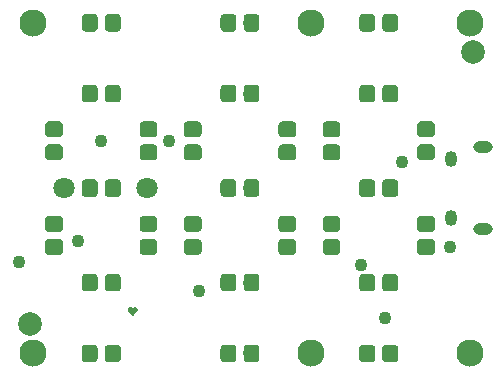
<source format=gbr>
%TF.GenerationSoftware,KiCad,Pcbnew,(5.1.0-0)*%
%TF.CreationDate,2020-07-09T23:17:02+02:00*%
%TF.ProjectId,POxiM-wristcomputer,504f7869-4d2d-4777-9269-7374636f6d70,A*%
%TF.SameCoordinates,Original*%
%TF.FileFunction,Soldermask,Bot*%
%TF.FilePolarity,Negative*%
%FSLAX46Y46*%
G04 Gerber Fmt 4.6, Leading zero omitted, Abs format (unit mm)*
G04 Created by KiCad (PCBNEW (5.1.0-0)) date 2020-07-09 23:17:02*
%MOMM*%
%LPD*%
G04 APERTURE LIST*
%ADD10C,0.010000*%
%ADD11O,1.050000X1.350000*%
%ADD12O,1.650000X0.990000*%
%ADD13C,1.100000*%
%ADD14C,2.000000*%
%ADD15C,2.300000*%
%ADD16C,1.800000*%
%ADD17C,0.100000*%
%ADD18C,1.350000*%
G04 APERTURE END LIST*
D10*
%TO.C,G\002A\002A\002A*%
G36*
X80999245Y-141600632D02*
G01*
X80962573Y-141617437D01*
X80945166Y-141629229D01*
X80921900Y-141651471D01*
X80901049Y-141679694D01*
X80885188Y-141710030D01*
X80878806Y-141728920D01*
X80871774Y-141756860D01*
X80867971Y-141739080D01*
X80856001Y-141704643D01*
X80835993Y-141671101D01*
X80809946Y-141640924D01*
X80779857Y-141616583D01*
X80759914Y-141605446D01*
X80736156Y-141598102D01*
X80706409Y-141594146D01*
X80674264Y-141593577D01*
X80643311Y-141596395D01*
X80617140Y-141602600D01*
X80610047Y-141605446D01*
X80584273Y-141621084D01*
X80558230Y-141643231D01*
X80535032Y-141668816D01*
X80517798Y-141694768D01*
X80516225Y-141697872D01*
X80508936Y-141714529D01*
X80504684Y-141729919D01*
X80502700Y-141747980D01*
X80502218Y-141769560D01*
X80503097Y-141792937D01*
X80506438Y-141813730D01*
X80513088Y-141833911D01*
X80523893Y-141855449D01*
X80539703Y-141880313D01*
X80561363Y-141910474D01*
X80564827Y-141915120D01*
X80574452Y-141926935D01*
X80589490Y-141944065D01*
X80609050Y-141965589D01*
X80632240Y-141990588D01*
X80658169Y-142018140D01*
X80685945Y-142047328D01*
X80714677Y-142077229D01*
X80743473Y-142106925D01*
X80771441Y-142135495D01*
X80797691Y-142162020D01*
X80821329Y-142185578D01*
X80841466Y-142205251D01*
X80857210Y-142220118D01*
X80867668Y-142229259D01*
X80871733Y-142231840D01*
X80876341Y-142228361D01*
X80887224Y-142218478D01*
X80903526Y-142203021D01*
X80924387Y-142182818D01*
X80948950Y-142158700D01*
X80976357Y-142131495D01*
X80999229Y-142108595D01*
X81048068Y-142058984D01*
X81089850Y-142015338D01*
X81125178Y-141976945D01*
X81154653Y-141943094D01*
X81178877Y-141913075D01*
X81198452Y-141886174D01*
X81213979Y-141861682D01*
X81224229Y-141842665D01*
X81234347Y-141820970D01*
X81240243Y-141804250D01*
X81242927Y-141788768D01*
X81243418Y-141771660D01*
X81238362Y-141730907D01*
X81224980Y-141694250D01*
X81204475Y-141662265D01*
X81178049Y-141635525D01*
X81146908Y-141614606D01*
X81112253Y-141600083D01*
X81075289Y-141592530D01*
X81037218Y-141592521D01*
X80999245Y-141600632D01*
X80999245Y-141600632D01*
G37*
X80999245Y-141600632D02*
X80962573Y-141617437D01*
X80945166Y-141629229D01*
X80921900Y-141651471D01*
X80901049Y-141679694D01*
X80885188Y-141710030D01*
X80878806Y-141728920D01*
X80871774Y-141756860D01*
X80867971Y-141739080D01*
X80856001Y-141704643D01*
X80835993Y-141671101D01*
X80809946Y-141640924D01*
X80779857Y-141616583D01*
X80759914Y-141605446D01*
X80736156Y-141598102D01*
X80706409Y-141594146D01*
X80674264Y-141593577D01*
X80643311Y-141596395D01*
X80617140Y-141602600D01*
X80610047Y-141605446D01*
X80584273Y-141621084D01*
X80558230Y-141643231D01*
X80535032Y-141668816D01*
X80517798Y-141694768D01*
X80516225Y-141697872D01*
X80508936Y-141714529D01*
X80504684Y-141729919D01*
X80502700Y-141747980D01*
X80502218Y-141769560D01*
X80503097Y-141792937D01*
X80506438Y-141813730D01*
X80513088Y-141833911D01*
X80523893Y-141855449D01*
X80539703Y-141880313D01*
X80561363Y-141910474D01*
X80564827Y-141915120D01*
X80574452Y-141926935D01*
X80589490Y-141944065D01*
X80609050Y-141965589D01*
X80632240Y-141990588D01*
X80658169Y-142018140D01*
X80685945Y-142047328D01*
X80714677Y-142077229D01*
X80743473Y-142106925D01*
X80771441Y-142135495D01*
X80797691Y-142162020D01*
X80821329Y-142185578D01*
X80841466Y-142205251D01*
X80857210Y-142220118D01*
X80867668Y-142229259D01*
X80871733Y-142231840D01*
X80876341Y-142228361D01*
X80887224Y-142218478D01*
X80903526Y-142203021D01*
X80924387Y-142182818D01*
X80948950Y-142158700D01*
X80976357Y-142131495D01*
X80999229Y-142108595D01*
X81048068Y-142058984D01*
X81089850Y-142015338D01*
X81125178Y-141976945D01*
X81154653Y-141943094D01*
X81178877Y-141913075D01*
X81198452Y-141886174D01*
X81213979Y-141861682D01*
X81224229Y-141842665D01*
X81234347Y-141820970D01*
X81240243Y-141804250D01*
X81242927Y-141788768D01*
X81243418Y-141771660D01*
X81238362Y-141730907D01*
X81224980Y-141694250D01*
X81204475Y-141662265D01*
X81178049Y-141635525D01*
X81146908Y-141614606D01*
X81112253Y-141600083D01*
X81075289Y-141592530D01*
X81037218Y-141592521D01*
X80999245Y-141600632D01*
%TD*%
D11*
%TO.C,J1*%
X107850000Y-129000000D03*
X107850000Y-134000000D03*
D12*
X110550000Y-128000000D03*
X110550000Y-135000000D03*
%TD*%
D13*
%TO.C,TP9*%
X86500000Y-140250000D03*
%TD*%
%TO.C,TP8*%
X78250000Y-127500000D03*
%TD*%
%TO.C,TP7*%
X76250000Y-136000000D03*
%TD*%
%TO.C,TP6*%
X84000000Y-127500000D03*
%TD*%
%TO.C,TP5*%
X71250000Y-137750000D03*
%TD*%
%TO.C,TP4*%
X103750000Y-129250000D03*
%TD*%
%TO.C,TP3*%
X102250000Y-142500000D03*
%TD*%
%TO.C,TP2*%
X100250000Y-138000000D03*
%TD*%
%TO.C,TP1*%
X107750000Y-136500000D03*
%TD*%
D14*
%TO.C,FID2*%
X72250000Y-143000000D03*
%TD*%
%TO.C,FID1*%
X109750000Y-120000000D03*
%TD*%
D15*
%TO.C,H4*%
X109500000Y-145500000D03*
%TD*%
%TO.C,H3*%
X72500000Y-145500000D03*
%TD*%
%TO.C,H2*%
X72500000Y-117500000D03*
%TD*%
%TO.C,H1*%
X109500000Y-117500000D03*
%TD*%
D16*
%TO.C,J2*%
X82100000Y-131500000D03*
X75100000Y-131500000D03*
%TD*%
D17*
%TO.C,D33*%
G36*
X77645581Y-138751625D02*
G01*
X77678343Y-138756485D01*
X77710471Y-138764533D01*
X77741656Y-138775691D01*
X77771596Y-138789852D01*
X77800005Y-138806879D01*
X77826608Y-138826609D01*
X77851149Y-138848851D01*
X77873391Y-138873392D01*
X77893121Y-138899995D01*
X77910148Y-138928404D01*
X77924309Y-138958344D01*
X77935467Y-138989529D01*
X77943515Y-139021657D01*
X77948375Y-139054419D01*
X77950000Y-139087500D01*
X77950000Y-139912500D01*
X77948375Y-139945581D01*
X77943515Y-139978343D01*
X77935467Y-140010471D01*
X77924309Y-140041656D01*
X77910148Y-140071596D01*
X77893121Y-140100005D01*
X77873391Y-140126608D01*
X77851149Y-140151149D01*
X77826608Y-140173391D01*
X77800005Y-140193121D01*
X77771596Y-140210148D01*
X77741656Y-140224309D01*
X77710471Y-140235467D01*
X77678343Y-140243515D01*
X77645581Y-140248375D01*
X77612500Y-140250000D01*
X76937500Y-140250000D01*
X76904419Y-140248375D01*
X76871657Y-140243515D01*
X76839529Y-140235467D01*
X76808344Y-140224309D01*
X76778404Y-140210148D01*
X76749995Y-140193121D01*
X76723392Y-140173391D01*
X76698851Y-140151149D01*
X76676609Y-140126608D01*
X76656879Y-140100005D01*
X76639852Y-140071596D01*
X76625691Y-140041656D01*
X76614533Y-140010471D01*
X76606485Y-139978343D01*
X76601625Y-139945581D01*
X76600000Y-139912500D01*
X76600000Y-139087500D01*
X76601625Y-139054419D01*
X76606485Y-139021657D01*
X76614533Y-138989529D01*
X76625691Y-138958344D01*
X76639852Y-138928404D01*
X76656879Y-138899995D01*
X76676609Y-138873392D01*
X76698851Y-138848851D01*
X76723392Y-138826609D01*
X76749995Y-138806879D01*
X76778404Y-138789852D01*
X76808344Y-138775691D01*
X76839529Y-138764533D01*
X76871657Y-138756485D01*
X76904419Y-138751625D01*
X76937500Y-138750000D01*
X77612500Y-138750000D01*
X77645581Y-138751625D01*
X77645581Y-138751625D01*
G37*
D18*
X77275000Y-139500000D03*
D17*
G36*
X79595581Y-138751625D02*
G01*
X79628343Y-138756485D01*
X79660471Y-138764533D01*
X79691656Y-138775691D01*
X79721596Y-138789852D01*
X79750005Y-138806879D01*
X79776608Y-138826609D01*
X79801149Y-138848851D01*
X79823391Y-138873392D01*
X79843121Y-138899995D01*
X79860148Y-138928404D01*
X79874309Y-138958344D01*
X79885467Y-138989529D01*
X79893515Y-139021657D01*
X79898375Y-139054419D01*
X79900000Y-139087500D01*
X79900000Y-139912500D01*
X79898375Y-139945581D01*
X79893515Y-139978343D01*
X79885467Y-140010471D01*
X79874309Y-140041656D01*
X79860148Y-140071596D01*
X79843121Y-140100005D01*
X79823391Y-140126608D01*
X79801149Y-140151149D01*
X79776608Y-140173391D01*
X79750005Y-140193121D01*
X79721596Y-140210148D01*
X79691656Y-140224309D01*
X79660471Y-140235467D01*
X79628343Y-140243515D01*
X79595581Y-140248375D01*
X79562500Y-140250000D01*
X78887500Y-140250000D01*
X78854419Y-140248375D01*
X78821657Y-140243515D01*
X78789529Y-140235467D01*
X78758344Y-140224309D01*
X78728404Y-140210148D01*
X78699995Y-140193121D01*
X78673392Y-140173391D01*
X78648851Y-140151149D01*
X78626609Y-140126608D01*
X78606879Y-140100005D01*
X78589852Y-140071596D01*
X78575691Y-140041656D01*
X78564533Y-140010471D01*
X78556485Y-139978343D01*
X78551625Y-139945581D01*
X78550000Y-139912500D01*
X78550000Y-139087500D01*
X78551625Y-139054419D01*
X78556485Y-139021657D01*
X78564533Y-138989529D01*
X78575691Y-138958344D01*
X78589852Y-138928404D01*
X78606879Y-138899995D01*
X78626609Y-138873392D01*
X78648851Y-138848851D01*
X78673392Y-138826609D01*
X78699995Y-138806879D01*
X78728404Y-138789852D01*
X78758344Y-138775691D01*
X78789529Y-138764533D01*
X78821657Y-138756485D01*
X78854419Y-138751625D01*
X78887500Y-138750000D01*
X79562500Y-138750000D01*
X79595581Y-138751625D01*
X79595581Y-138751625D01*
G37*
D18*
X79225000Y-139500000D03*
%TD*%
D17*
%TO.C,D32*%
G36*
X74695581Y-133851625D02*
G01*
X74728343Y-133856485D01*
X74760471Y-133864533D01*
X74791656Y-133875691D01*
X74821596Y-133889852D01*
X74850005Y-133906879D01*
X74876608Y-133926609D01*
X74901149Y-133948851D01*
X74923391Y-133973392D01*
X74943121Y-133999995D01*
X74960148Y-134028404D01*
X74974309Y-134058344D01*
X74985467Y-134089529D01*
X74993515Y-134121657D01*
X74998375Y-134154419D01*
X75000000Y-134187500D01*
X75000000Y-134862500D01*
X74998375Y-134895581D01*
X74993515Y-134928343D01*
X74985467Y-134960471D01*
X74974309Y-134991656D01*
X74960148Y-135021596D01*
X74943121Y-135050005D01*
X74923391Y-135076608D01*
X74901149Y-135101149D01*
X74876608Y-135123391D01*
X74850005Y-135143121D01*
X74821596Y-135160148D01*
X74791656Y-135174309D01*
X74760471Y-135185467D01*
X74728343Y-135193515D01*
X74695581Y-135198375D01*
X74662500Y-135200000D01*
X73837500Y-135200000D01*
X73804419Y-135198375D01*
X73771657Y-135193515D01*
X73739529Y-135185467D01*
X73708344Y-135174309D01*
X73678404Y-135160148D01*
X73649995Y-135143121D01*
X73623392Y-135123391D01*
X73598851Y-135101149D01*
X73576609Y-135076608D01*
X73556879Y-135050005D01*
X73539852Y-135021596D01*
X73525691Y-134991656D01*
X73514533Y-134960471D01*
X73506485Y-134928343D01*
X73501625Y-134895581D01*
X73500000Y-134862500D01*
X73500000Y-134187500D01*
X73501625Y-134154419D01*
X73506485Y-134121657D01*
X73514533Y-134089529D01*
X73525691Y-134058344D01*
X73539852Y-134028404D01*
X73556879Y-133999995D01*
X73576609Y-133973392D01*
X73598851Y-133948851D01*
X73623392Y-133926609D01*
X73649995Y-133906879D01*
X73678404Y-133889852D01*
X73708344Y-133875691D01*
X73739529Y-133864533D01*
X73771657Y-133856485D01*
X73804419Y-133851625D01*
X73837500Y-133850000D01*
X74662500Y-133850000D01*
X74695581Y-133851625D01*
X74695581Y-133851625D01*
G37*
D18*
X74250000Y-134525000D03*
D17*
G36*
X74695581Y-135801625D02*
G01*
X74728343Y-135806485D01*
X74760471Y-135814533D01*
X74791656Y-135825691D01*
X74821596Y-135839852D01*
X74850005Y-135856879D01*
X74876608Y-135876609D01*
X74901149Y-135898851D01*
X74923391Y-135923392D01*
X74943121Y-135949995D01*
X74960148Y-135978404D01*
X74974309Y-136008344D01*
X74985467Y-136039529D01*
X74993515Y-136071657D01*
X74998375Y-136104419D01*
X75000000Y-136137500D01*
X75000000Y-136812500D01*
X74998375Y-136845581D01*
X74993515Y-136878343D01*
X74985467Y-136910471D01*
X74974309Y-136941656D01*
X74960148Y-136971596D01*
X74943121Y-137000005D01*
X74923391Y-137026608D01*
X74901149Y-137051149D01*
X74876608Y-137073391D01*
X74850005Y-137093121D01*
X74821596Y-137110148D01*
X74791656Y-137124309D01*
X74760471Y-137135467D01*
X74728343Y-137143515D01*
X74695581Y-137148375D01*
X74662500Y-137150000D01*
X73837500Y-137150000D01*
X73804419Y-137148375D01*
X73771657Y-137143515D01*
X73739529Y-137135467D01*
X73708344Y-137124309D01*
X73678404Y-137110148D01*
X73649995Y-137093121D01*
X73623392Y-137073391D01*
X73598851Y-137051149D01*
X73576609Y-137026608D01*
X73556879Y-137000005D01*
X73539852Y-136971596D01*
X73525691Y-136941656D01*
X73514533Y-136910471D01*
X73506485Y-136878343D01*
X73501625Y-136845581D01*
X73500000Y-136812500D01*
X73500000Y-136137500D01*
X73501625Y-136104419D01*
X73506485Y-136071657D01*
X73514533Y-136039529D01*
X73525691Y-136008344D01*
X73539852Y-135978404D01*
X73556879Y-135949995D01*
X73576609Y-135923392D01*
X73598851Y-135898851D01*
X73623392Y-135876609D01*
X73649995Y-135856879D01*
X73678404Y-135839852D01*
X73708344Y-135825691D01*
X73739529Y-135814533D01*
X73771657Y-135806485D01*
X73804419Y-135801625D01*
X73837500Y-135800000D01*
X74662500Y-135800000D01*
X74695581Y-135801625D01*
X74695581Y-135801625D01*
G37*
D18*
X74250000Y-136475000D03*
%TD*%
D17*
%TO.C,D31*%
G36*
X79595581Y-144751625D02*
G01*
X79628343Y-144756485D01*
X79660471Y-144764533D01*
X79691656Y-144775691D01*
X79721596Y-144789852D01*
X79750005Y-144806879D01*
X79776608Y-144826609D01*
X79801149Y-144848851D01*
X79823391Y-144873392D01*
X79843121Y-144899995D01*
X79860148Y-144928404D01*
X79874309Y-144958344D01*
X79885467Y-144989529D01*
X79893515Y-145021657D01*
X79898375Y-145054419D01*
X79900000Y-145087500D01*
X79900000Y-145912500D01*
X79898375Y-145945581D01*
X79893515Y-145978343D01*
X79885467Y-146010471D01*
X79874309Y-146041656D01*
X79860148Y-146071596D01*
X79843121Y-146100005D01*
X79823391Y-146126608D01*
X79801149Y-146151149D01*
X79776608Y-146173391D01*
X79750005Y-146193121D01*
X79721596Y-146210148D01*
X79691656Y-146224309D01*
X79660471Y-146235467D01*
X79628343Y-146243515D01*
X79595581Y-146248375D01*
X79562500Y-146250000D01*
X78887500Y-146250000D01*
X78854419Y-146248375D01*
X78821657Y-146243515D01*
X78789529Y-146235467D01*
X78758344Y-146224309D01*
X78728404Y-146210148D01*
X78699995Y-146193121D01*
X78673392Y-146173391D01*
X78648851Y-146151149D01*
X78626609Y-146126608D01*
X78606879Y-146100005D01*
X78589852Y-146071596D01*
X78575691Y-146041656D01*
X78564533Y-146010471D01*
X78556485Y-145978343D01*
X78551625Y-145945581D01*
X78550000Y-145912500D01*
X78550000Y-145087500D01*
X78551625Y-145054419D01*
X78556485Y-145021657D01*
X78564533Y-144989529D01*
X78575691Y-144958344D01*
X78589852Y-144928404D01*
X78606879Y-144899995D01*
X78626609Y-144873392D01*
X78648851Y-144848851D01*
X78673392Y-144826609D01*
X78699995Y-144806879D01*
X78728404Y-144789852D01*
X78758344Y-144775691D01*
X78789529Y-144764533D01*
X78821657Y-144756485D01*
X78854419Y-144751625D01*
X78887500Y-144750000D01*
X79562500Y-144750000D01*
X79595581Y-144751625D01*
X79595581Y-144751625D01*
G37*
D18*
X79225000Y-145500000D03*
D17*
G36*
X77645581Y-144751625D02*
G01*
X77678343Y-144756485D01*
X77710471Y-144764533D01*
X77741656Y-144775691D01*
X77771596Y-144789852D01*
X77800005Y-144806879D01*
X77826608Y-144826609D01*
X77851149Y-144848851D01*
X77873391Y-144873392D01*
X77893121Y-144899995D01*
X77910148Y-144928404D01*
X77924309Y-144958344D01*
X77935467Y-144989529D01*
X77943515Y-145021657D01*
X77948375Y-145054419D01*
X77950000Y-145087500D01*
X77950000Y-145912500D01*
X77948375Y-145945581D01*
X77943515Y-145978343D01*
X77935467Y-146010471D01*
X77924309Y-146041656D01*
X77910148Y-146071596D01*
X77893121Y-146100005D01*
X77873391Y-146126608D01*
X77851149Y-146151149D01*
X77826608Y-146173391D01*
X77800005Y-146193121D01*
X77771596Y-146210148D01*
X77741656Y-146224309D01*
X77710471Y-146235467D01*
X77678343Y-146243515D01*
X77645581Y-146248375D01*
X77612500Y-146250000D01*
X76937500Y-146250000D01*
X76904419Y-146248375D01*
X76871657Y-146243515D01*
X76839529Y-146235467D01*
X76808344Y-146224309D01*
X76778404Y-146210148D01*
X76749995Y-146193121D01*
X76723392Y-146173391D01*
X76698851Y-146151149D01*
X76676609Y-146126608D01*
X76656879Y-146100005D01*
X76639852Y-146071596D01*
X76625691Y-146041656D01*
X76614533Y-146010471D01*
X76606485Y-145978343D01*
X76601625Y-145945581D01*
X76600000Y-145912500D01*
X76600000Y-145087500D01*
X76601625Y-145054419D01*
X76606485Y-145021657D01*
X76614533Y-144989529D01*
X76625691Y-144958344D01*
X76639852Y-144928404D01*
X76656879Y-144899995D01*
X76676609Y-144873392D01*
X76698851Y-144848851D01*
X76723392Y-144826609D01*
X76749995Y-144806879D01*
X76778404Y-144789852D01*
X76808344Y-144775691D01*
X76839529Y-144764533D01*
X76871657Y-144756485D01*
X76904419Y-144751625D01*
X76937500Y-144750000D01*
X77612500Y-144750000D01*
X77645581Y-144751625D01*
X77645581Y-144751625D01*
G37*
D18*
X77275000Y-145500000D03*
%TD*%
D17*
%TO.C,D30*%
G36*
X82695581Y-135801625D02*
G01*
X82728343Y-135806485D01*
X82760471Y-135814533D01*
X82791656Y-135825691D01*
X82821596Y-135839852D01*
X82850005Y-135856879D01*
X82876608Y-135876609D01*
X82901149Y-135898851D01*
X82923391Y-135923392D01*
X82943121Y-135949995D01*
X82960148Y-135978404D01*
X82974309Y-136008344D01*
X82985467Y-136039529D01*
X82993515Y-136071657D01*
X82998375Y-136104419D01*
X83000000Y-136137500D01*
X83000000Y-136812500D01*
X82998375Y-136845581D01*
X82993515Y-136878343D01*
X82985467Y-136910471D01*
X82974309Y-136941656D01*
X82960148Y-136971596D01*
X82943121Y-137000005D01*
X82923391Y-137026608D01*
X82901149Y-137051149D01*
X82876608Y-137073391D01*
X82850005Y-137093121D01*
X82821596Y-137110148D01*
X82791656Y-137124309D01*
X82760471Y-137135467D01*
X82728343Y-137143515D01*
X82695581Y-137148375D01*
X82662500Y-137150000D01*
X81837500Y-137150000D01*
X81804419Y-137148375D01*
X81771657Y-137143515D01*
X81739529Y-137135467D01*
X81708344Y-137124309D01*
X81678404Y-137110148D01*
X81649995Y-137093121D01*
X81623392Y-137073391D01*
X81598851Y-137051149D01*
X81576609Y-137026608D01*
X81556879Y-137000005D01*
X81539852Y-136971596D01*
X81525691Y-136941656D01*
X81514533Y-136910471D01*
X81506485Y-136878343D01*
X81501625Y-136845581D01*
X81500000Y-136812500D01*
X81500000Y-136137500D01*
X81501625Y-136104419D01*
X81506485Y-136071657D01*
X81514533Y-136039529D01*
X81525691Y-136008344D01*
X81539852Y-135978404D01*
X81556879Y-135949995D01*
X81576609Y-135923392D01*
X81598851Y-135898851D01*
X81623392Y-135876609D01*
X81649995Y-135856879D01*
X81678404Y-135839852D01*
X81708344Y-135825691D01*
X81739529Y-135814533D01*
X81771657Y-135806485D01*
X81804419Y-135801625D01*
X81837500Y-135800000D01*
X82662500Y-135800000D01*
X82695581Y-135801625D01*
X82695581Y-135801625D01*
G37*
D18*
X82250000Y-136475000D03*
D17*
G36*
X82695581Y-133851625D02*
G01*
X82728343Y-133856485D01*
X82760471Y-133864533D01*
X82791656Y-133875691D01*
X82821596Y-133889852D01*
X82850005Y-133906879D01*
X82876608Y-133926609D01*
X82901149Y-133948851D01*
X82923391Y-133973392D01*
X82943121Y-133999995D01*
X82960148Y-134028404D01*
X82974309Y-134058344D01*
X82985467Y-134089529D01*
X82993515Y-134121657D01*
X82998375Y-134154419D01*
X83000000Y-134187500D01*
X83000000Y-134862500D01*
X82998375Y-134895581D01*
X82993515Y-134928343D01*
X82985467Y-134960471D01*
X82974309Y-134991656D01*
X82960148Y-135021596D01*
X82943121Y-135050005D01*
X82923391Y-135076608D01*
X82901149Y-135101149D01*
X82876608Y-135123391D01*
X82850005Y-135143121D01*
X82821596Y-135160148D01*
X82791656Y-135174309D01*
X82760471Y-135185467D01*
X82728343Y-135193515D01*
X82695581Y-135198375D01*
X82662500Y-135200000D01*
X81837500Y-135200000D01*
X81804419Y-135198375D01*
X81771657Y-135193515D01*
X81739529Y-135185467D01*
X81708344Y-135174309D01*
X81678404Y-135160148D01*
X81649995Y-135143121D01*
X81623392Y-135123391D01*
X81598851Y-135101149D01*
X81576609Y-135076608D01*
X81556879Y-135050005D01*
X81539852Y-135021596D01*
X81525691Y-134991656D01*
X81514533Y-134960471D01*
X81506485Y-134928343D01*
X81501625Y-134895581D01*
X81500000Y-134862500D01*
X81500000Y-134187500D01*
X81501625Y-134154419D01*
X81506485Y-134121657D01*
X81514533Y-134089529D01*
X81525691Y-134058344D01*
X81539852Y-134028404D01*
X81556879Y-133999995D01*
X81576609Y-133973392D01*
X81598851Y-133948851D01*
X81623392Y-133926609D01*
X81649995Y-133906879D01*
X81678404Y-133889852D01*
X81708344Y-133875691D01*
X81739529Y-133864533D01*
X81771657Y-133856485D01*
X81804419Y-133851625D01*
X81837500Y-133850000D01*
X82662500Y-133850000D01*
X82695581Y-133851625D01*
X82695581Y-133851625D01*
G37*
D18*
X82250000Y-134525000D03*
%TD*%
D17*
%TO.C,D29*%
G36*
X103095581Y-144751625D02*
G01*
X103128343Y-144756485D01*
X103160471Y-144764533D01*
X103191656Y-144775691D01*
X103221596Y-144789852D01*
X103250005Y-144806879D01*
X103276608Y-144826609D01*
X103301149Y-144848851D01*
X103323391Y-144873392D01*
X103343121Y-144899995D01*
X103360148Y-144928404D01*
X103374309Y-144958344D01*
X103385467Y-144989529D01*
X103393515Y-145021657D01*
X103398375Y-145054419D01*
X103400000Y-145087500D01*
X103400000Y-145912500D01*
X103398375Y-145945581D01*
X103393515Y-145978343D01*
X103385467Y-146010471D01*
X103374309Y-146041656D01*
X103360148Y-146071596D01*
X103343121Y-146100005D01*
X103323391Y-146126608D01*
X103301149Y-146151149D01*
X103276608Y-146173391D01*
X103250005Y-146193121D01*
X103221596Y-146210148D01*
X103191656Y-146224309D01*
X103160471Y-146235467D01*
X103128343Y-146243515D01*
X103095581Y-146248375D01*
X103062500Y-146250000D01*
X102387500Y-146250000D01*
X102354419Y-146248375D01*
X102321657Y-146243515D01*
X102289529Y-146235467D01*
X102258344Y-146224309D01*
X102228404Y-146210148D01*
X102199995Y-146193121D01*
X102173392Y-146173391D01*
X102148851Y-146151149D01*
X102126609Y-146126608D01*
X102106879Y-146100005D01*
X102089852Y-146071596D01*
X102075691Y-146041656D01*
X102064533Y-146010471D01*
X102056485Y-145978343D01*
X102051625Y-145945581D01*
X102050000Y-145912500D01*
X102050000Y-145087500D01*
X102051625Y-145054419D01*
X102056485Y-145021657D01*
X102064533Y-144989529D01*
X102075691Y-144958344D01*
X102089852Y-144928404D01*
X102106879Y-144899995D01*
X102126609Y-144873392D01*
X102148851Y-144848851D01*
X102173392Y-144826609D01*
X102199995Y-144806879D01*
X102228404Y-144789852D01*
X102258344Y-144775691D01*
X102289529Y-144764533D01*
X102321657Y-144756485D01*
X102354419Y-144751625D01*
X102387500Y-144750000D01*
X103062500Y-144750000D01*
X103095581Y-144751625D01*
X103095581Y-144751625D01*
G37*
D18*
X102725000Y-145500000D03*
D17*
G36*
X101145581Y-144751625D02*
G01*
X101178343Y-144756485D01*
X101210471Y-144764533D01*
X101241656Y-144775691D01*
X101271596Y-144789852D01*
X101300005Y-144806879D01*
X101326608Y-144826609D01*
X101351149Y-144848851D01*
X101373391Y-144873392D01*
X101393121Y-144899995D01*
X101410148Y-144928404D01*
X101424309Y-144958344D01*
X101435467Y-144989529D01*
X101443515Y-145021657D01*
X101448375Y-145054419D01*
X101450000Y-145087500D01*
X101450000Y-145912500D01*
X101448375Y-145945581D01*
X101443515Y-145978343D01*
X101435467Y-146010471D01*
X101424309Y-146041656D01*
X101410148Y-146071596D01*
X101393121Y-146100005D01*
X101373391Y-146126608D01*
X101351149Y-146151149D01*
X101326608Y-146173391D01*
X101300005Y-146193121D01*
X101271596Y-146210148D01*
X101241656Y-146224309D01*
X101210471Y-146235467D01*
X101178343Y-146243515D01*
X101145581Y-146248375D01*
X101112500Y-146250000D01*
X100437500Y-146250000D01*
X100404419Y-146248375D01*
X100371657Y-146243515D01*
X100339529Y-146235467D01*
X100308344Y-146224309D01*
X100278404Y-146210148D01*
X100249995Y-146193121D01*
X100223392Y-146173391D01*
X100198851Y-146151149D01*
X100176609Y-146126608D01*
X100156879Y-146100005D01*
X100139852Y-146071596D01*
X100125691Y-146041656D01*
X100114533Y-146010471D01*
X100106485Y-145978343D01*
X100101625Y-145945581D01*
X100100000Y-145912500D01*
X100100000Y-145087500D01*
X100101625Y-145054419D01*
X100106485Y-145021657D01*
X100114533Y-144989529D01*
X100125691Y-144958344D01*
X100139852Y-144928404D01*
X100156879Y-144899995D01*
X100176609Y-144873392D01*
X100198851Y-144848851D01*
X100223392Y-144826609D01*
X100249995Y-144806879D01*
X100278404Y-144789852D01*
X100308344Y-144775691D01*
X100339529Y-144764533D01*
X100371657Y-144756485D01*
X100404419Y-144751625D01*
X100437500Y-144750000D01*
X101112500Y-144750000D01*
X101145581Y-144751625D01*
X101145581Y-144751625D01*
G37*
D18*
X100775000Y-145500000D03*
%TD*%
D17*
%TO.C,D28*%
G36*
X77645581Y-130751625D02*
G01*
X77678343Y-130756485D01*
X77710471Y-130764533D01*
X77741656Y-130775691D01*
X77771596Y-130789852D01*
X77800005Y-130806879D01*
X77826608Y-130826609D01*
X77851149Y-130848851D01*
X77873391Y-130873392D01*
X77893121Y-130899995D01*
X77910148Y-130928404D01*
X77924309Y-130958344D01*
X77935467Y-130989529D01*
X77943515Y-131021657D01*
X77948375Y-131054419D01*
X77950000Y-131087500D01*
X77950000Y-131912500D01*
X77948375Y-131945581D01*
X77943515Y-131978343D01*
X77935467Y-132010471D01*
X77924309Y-132041656D01*
X77910148Y-132071596D01*
X77893121Y-132100005D01*
X77873391Y-132126608D01*
X77851149Y-132151149D01*
X77826608Y-132173391D01*
X77800005Y-132193121D01*
X77771596Y-132210148D01*
X77741656Y-132224309D01*
X77710471Y-132235467D01*
X77678343Y-132243515D01*
X77645581Y-132248375D01*
X77612500Y-132250000D01*
X76937500Y-132250000D01*
X76904419Y-132248375D01*
X76871657Y-132243515D01*
X76839529Y-132235467D01*
X76808344Y-132224309D01*
X76778404Y-132210148D01*
X76749995Y-132193121D01*
X76723392Y-132173391D01*
X76698851Y-132151149D01*
X76676609Y-132126608D01*
X76656879Y-132100005D01*
X76639852Y-132071596D01*
X76625691Y-132041656D01*
X76614533Y-132010471D01*
X76606485Y-131978343D01*
X76601625Y-131945581D01*
X76600000Y-131912500D01*
X76600000Y-131087500D01*
X76601625Y-131054419D01*
X76606485Y-131021657D01*
X76614533Y-130989529D01*
X76625691Y-130958344D01*
X76639852Y-130928404D01*
X76656879Y-130899995D01*
X76676609Y-130873392D01*
X76698851Y-130848851D01*
X76723392Y-130826609D01*
X76749995Y-130806879D01*
X76778404Y-130789852D01*
X76808344Y-130775691D01*
X76839529Y-130764533D01*
X76871657Y-130756485D01*
X76904419Y-130751625D01*
X76937500Y-130750000D01*
X77612500Y-130750000D01*
X77645581Y-130751625D01*
X77645581Y-130751625D01*
G37*
D18*
X77275000Y-131500000D03*
D17*
G36*
X79595581Y-130751625D02*
G01*
X79628343Y-130756485D01*
X79660471Y-130764533D01*
X79691656Y-130775691D01*
X79721596Y-130789852D01*
X79750005Y-130806879D01*
X79776608Y-130826609D01*
X79801149Y-130848851D01*
X79823391Y-130873392D01*
X79843121Y-130899995D01*
X79860148Y-130928404D01*
X79874309Y-130958344D01*
X79885467Y-130989529D01*
X79893515Y-131021657D01*
X79898375Y-131054419D01*
X79900000Y-131087500D01*
X79900000Y-131912500D01*
X79898375Y-131945581D01*
X79893515Y-131978343D01*
X79885467Y-132010471D01*
X79874309Y-132041656D01*
X79860148Y-132071596D01*
X79843121Y-132100005D01*
X79823391Y-132126608D01*
X79801149Y-132151149D01*
X79776608Y-132173391D01*
X79750005Y-132193121D01*
X79721596Y-132210148D01*
X79691656Y-132224309D01*
X79660471Y-132235467D01*
X79628343Y-132243515D01*
X79595581Y-132248375D01*
X79562500Y-132250000D01*
X78887500Y-132250000D01*
X78854419Y-132248375D01*
X78821657Y-132243515D01*
X78789529Y-132235467D01*
X78758344Y-132224309D01*
X78728404Y-132210148D01*
X78699995Y-132193121D01*
X78673392Y-132173391D01*
X78648851Y-132151149D01*
X78626609Y-132126608D01*
X78606879Y-132100005D01*
X78589852Y-132071596D01*
X78575691Y-132041656D01*
X78564533Y-132010471D01*
X78556485Y-131978343D01*
X78551625Y-131945581D01*
X78550000Y-131912500D01*
X78550000Y-131087500D01*
X78551625Y-131054419D01*
X78556485Y-131021657D01*
X78564533Y-130989529D01*
X78575691Y-130958344D01*
X78589852Y-130928404D01*
X78606879Y-130899995D01*
X78626609Y-130873392D01*
X78648851Y-130848851D01*
X78673392Y-130826609D01*
X78699995Y-130806879D01*
X78728404Y-130789852D01*
X78758344Y-130775691D01*
X78789529Y-130764533D01*
X78821657Y-130756485D01*
X78854419Y-130751625D01*
X78887500Y-130750000D01*
X79562500Y-130750000D01*
X79595581Y-130751625D01*
X79595581Y-130751625D01*
G37*
D18*
X79225000Y-131500000D03*
%TD*%
D17*
%TO.C,D27*%
G36*
X89395581Y-144751625D02*
G01*
X89428343Y-144756485D01*
X89460471Y-144764533D01*
X89491656Y-144775691D01*
X89521596Y-144789852D01*
X89550005Y-144806879D01*
X89576608Y-144826609D01*
X89601149Y-144848851D01*
X89623391Y-144873392D01*
X89643121Y-144899995D01*
X89660148Y-144928404D01*
X89674309Y-144958344D01*
X89685467Y-144989529D01*
X89693515Y-145021657D01*
X89698375Y-145054419D01*
X89700000Y-145087500D01*
X89700000Y-145912500D01*
X89698375Y-145945581D01*
X89693515Y-145978343D01*
X89685467Y-146010471D01*
X89674309Y-146041656D01*
X89660148Y-146071596D01*
X89643121Y-146100005D01*
X89623391Y-146126608D01*
X89601149Y-146151149D01*
X89576608Y-146173391D01*
X89550005Y-146193121D01*
X89521596Y-146210148D01*
X89491656Y-146224309D01*
X89460471Y-146235467D01*
X89428343Y-146243515D01*
X89395581Y-146248375D01*
X89362500Y-146250000D01*
X88687500Y-146250000D01*
X88654419Y-146248375D01*
X88621657Y-146243515D01*
X88589529Y-146235467D01*
X88558344Y-146224309D01*
X88528404Y-146210148D01*
X88499995Y-146193121D01*
X88473392Y-146173391D01*
X88448851Y-146151149D01*
X88426609Y-146126608D01*
X88406879Y-146100005D01*
X88389852Y-146071596D01*
X88375691Y-146041656D01*
X88364533Y-146010471D01*
X88356485Y-145978343D01*
X88351625Y-145945581D01*
X88350000Y-145912500D01*
X88350000Y-145087500D01*
X88351625Y-145054419D01*
X88356485Y-145021657D01*
X88364533Y-144989529D01*
X88375691Y-144958344D01*
X88389852Y-144928404D01*
X88406879Y-144899995D01*
X88426609Y-144873392D01*
X88448851Y-144848851D01*
X88473392Y-144826609D01*
X88499995Y-144806879D01*
X88528404Y-144789852D01*
X88558344Y-144775691D01*
X88589529Y-144764533D01*
X88621657Y-144756485D01*
X88654419Y-144751625D01*
X88687500Y-144750000D01*
X89362500Y-144750000D01*
X89395581Y-144751625D01*
X89395581Y-144751625D01*
G37*
D18*
X89025000Y-145500000D03*
D17*
G36*
X91345581Y-144751625D02*
G01*
X91378343Y-144756485D01*
X91410471Y-144764533D01*
X91441656Y-144775691D01*
X91471596Y-144789852D01*
X91500005Y-144806879D01*
X91526608Y-144826609D01*
X91551149Y-144848851D01*
X91573391Y-144873392D01*
X91593121Y-144899995D01*
X91610148Y-144928404D01*
X91624309Y-144958344D01*
X91635467Y-144989529D01*
X91643515Y-145021657D01*
X91648375Y-145054419D01*
X91650000Y-145087500D01*
X91650000Y-145912500D01*
X91648375Y-145945581D01*
X91643515Y-145978343D01*
X91635467Y-146010471D01*
X91624309Y-146041656D01*
X91610148Y-146071596D01*
X91593121Y-146100005D01*
X91573391Y-146126608D01*
X91551149Y-146151149D01*
X91526608Y-146173391D01*
X91500005Y-146193121D01*
X91471596Y-146210148D01*
X91441656Y-146224309D01*
X91410471Y-146235467D01*
X91378343Y-146243515D01*
X91345581Y-146248375D01*
X91312500Y-146250000D01*
X90637500Y-146250000D01*
X90604419Y-146248375D01*
X90571657Y-146243515D01*
X90539529Y-146235467D01*
X90508344Y-146224309D01*
X90478404Y-146210148D01*
X90449995Y-146193121D01*
X90423392Y-146173391D01*
X90398851Y-146151149D01*
X90376609Y-146126608D01*
X90356879Y-146100005D01*
X90339852Y-146071596D01*
X90325691Y-146041656D01*
X90314533Y-146010471D01*
X90306485Y-145978343D01*
X90301625Y-145945581D01*
X90300000Y-145912500D01*
X90300000Y-145087500D01*
X90301625Y-145054419D01*
X90306485Y-145021657D01*
X90314533Y-144989529D01*
X90325691Y-144958344D01*
X90339852Y-144928404D01*
X90356879Y-144899995D01*
X90376609Y-144873392D01*
X90398851Y-144848851D01*
X90423392Y-144826609D01*
X90449995Y-144806879D01*
X90478404Y-144789852D01*
X90508344Y-144775691D01*
X90539529Y-144764533D01*
X90571657Y-144756485D01*
X90604419Y-144751625D01*
X90637500Y-144750000D01*
X91312500Y-144750000D01*
X91345581Y-144751625D01*
X91345581Y-144751625D01*
G37*
D18*
X90975000Y-145500000D03*
%TD*%
D17*
%TO.C,D26*%
G36*
X74695581Y-127801625D02*
G01*
X74728343Y-127806485D01*
X74760471Y-127814533D01*
X74791656Y-127825691D01*
X74821596Y-127839852D01*
X74850005Y-127856879D01*
X74876608Y-127876609D01*
X74901149Y-127898851D01*
X74923391Y-127923392D01*
X74943121Y-127949995D01*
X74960148Y-127978404D01*
X74974309Y-128008344D01*
X74985467Y-128039529D01*
X74993515Y-128071657D01*
X74998375Y-128104419D01*
X75000000Y-128137500D01*
X75000000Y-128812500D01*
X74998375Y-128845581D01*
X74993515Y-128878343D01*
X74985467Y-128910471D01*
X74974309Y-128941656D01*
X74960148Y-128971596D01*
X74943121Y-129000005D01*
X74923391Y-129026608D01*
X74901149Y-129051149D01*
X74876608Y-129073391D01*
X74850005Y-129093121D01*
X74821596Y-129110148D01*
X74791656Y-129124309D01*
X74760471Y-129135467D01*
X74728343Y-129143515D01*
X74695581Y-129148375D01*
X74662500Y-129150000D01*
X73837500Y-129150000D01*
X73804419Y-129148375D01*
X73771657Y-129143515D01*
X73739529Y-129135467D01*
X73708344Y-129124309D01*
X73678404Y-129110148D01*
X73649995Y-129093121D01*
X73623392Y-129073391D01*
X73598851Y-129051149D01*
X73576609Y-129026608D01*
X73556879Y-129000005D01*
X73539852Y-128971596D01*
X73525691Y-128941656D01*
X73514533Y-128910471D01*
X73506485Y-128878343D01*
X73501625Y-128845581D01*
X73500000Y-128812500D01*
X73500000Y-128137500D01*
X73501625Y-128104419D01*
X73506485Y-128071657D01*
X73514533Y-128039529D01*
X73525691Y-128008344D01*
X73539852Y-127978404D01*
X73556879Y-127949995D01*
X73576609Y-127923392D01*
X73598851Y-127898851D01*
X73623392Y-127876609D01*
X73649995Y-127856879D01*
X73678404Y-127839852D01*
X73708344Y-127825691D01*
X73739529Y-127814533D01*
X73771657Y-127806485D01*
X73804419Y-127801625D01*
X73837500Y-127800000D01*
X74662500Y-127800000D01*
X74695581Y-127801625D01*
X74695581Y-127801625D01*
G37*
D18*
X74250000Y-128475000D03*
D17*
G36*
X74695581Y-125851625D02*
G01*
X74728343Y-125856485D01*
X74760471Y-125864533D01*
X74791656Y-125875691D01*
X74821596Y-125889852D01*
X74850005Y-125906879D01*
X74876608Y-125926609D01*
X74901149Y-125948851D01*
X74923391Y-125973392D01*
X74943121Y-125999995D01*
X74960148Y-126028404D01*
X74974309Y-126058344D01*
X74985467Y-126089529D01*
X74993515Y-126121657D01*
X74998375Y-126154419D01*
X75000000Y-126187500D01*
X75000000Y-126862500D01*
X74998375Y-126895581D01*
X74993515Y-126928343D01*
X74985467Y-126960471D01*
X74974309Y-126991656D01*
X74960148Y-127021596D01*
X74943121Y-127050005D01*
X74923391Y-127076608D01*
X74901149Y-127101149D01*
X74876608Y-127123391D01*
X74850005Y-127143121D01*
X74821596Y-127160148D01*
X74791656Y-127174309D01*
X74760471Y-127185467D01*
X74728343Y-127193515D01*
X74695581Y-127198375D01*
X74662500Y-127200000D01*
X73837500Y-127200000D01*
X73804419Y-127198375D01*
X73771657Y-127193515D01*
X73739529Y-127185467D01*
X73708344Y-127174309D01*
X73678404Y-127160148D01*
X73649995Y-127143121D01*
X73623392Y-127123391D01*
X73598851Y-127101149D01*
X73576609Y-127076608D01*
X73556879Y-127050005D01*
X73539852Y-127021596D01*
X73525691Y-126991656D01*
X73514533Y-126960471D01*
X73506485Y-126928343D01*
X73501625Y-126895581D01*
X73500000Y-126862500D01*
X73500000Y-126187500D01*
X73501625Y-126154419D01*
X73506485Y-126121657D01*
X73514533Y-126089529D01*
X73525691Y-126058344D01*
X73539852Y-126028404D01*
X73556879Y-125999995D01*
X73576609Y-125973392D01*
X73598851Y-125948851D01*
X73623392Y-125926609D01*
X73649995Y-125906879D01*
X73678404Y-125889852D01*
X73708344Y-125875691D01*
X73739529Y-125864533D01*
X73771657Y-125856485D01*
X73804419Y-125851625D01*
X73837500Y-125850000D01*
X74662500Y-125850000D01*
X74695581Y-125851625D01*
X74695581Y-125851625D01*
G37*
D18*
X74250000Y-126525000D03*
%TD*%
D17*
%TO.C,D25*%
G36*
X79595581Y-116751625D02*
G01*
X79628343Y-116756485D01*
X79660471Y-116764533D01*
X79691656Y-116775691D01*
X79721596Y-116789852D01*
X79750005Y-116806879D01*
X79776608Y-116826609D01*
X79801149Y-116848851D01*
X79823391Y-116873392D01*
X79843121Y-116899995D01*
X79860148Y-116928404D01*
X79874309Y-116958344D01*
X79885467Y-116989529D01*
X79893515Y-117021657D01*
X79898375Y-117054419D01*
X79900000Y-117087500D01*
X79900000Y-117912500D01*
X79898375Y-117945581D01*
X79893515Y-117978343D01*
X79885467Y-118010471D01*
X79874309Y-118041656D01*
X79860148Y-118071596D01*
X79843121Y-118100005D01*
X79823391Y-118126608D01*
X79801149Y-118151149D01*
X79776608Y-118173391D01*
X79750005Y-118193121D01*
X79721596Y-118210148D01*
X79691656Y-118224309D01*
X79660471Y-118235467D01*
X79628343Y-118243515D01*
X79595581Y-118248375D01*
X79562500Y-118250000D01*
X78887500Y-118250000D01*
X78854419Y-118248375D01*
X78821657Y-118243515D01*
X78789529Y-118235467D01*
X78758344Y-118224309D01*
X78728404Y-118210148D01*
X78699995Y-118193121D01*
X78673392Y-118173391D01*
X78648851Y-118151149D01*
X78626609Y-118126608D01*
X78606879Y-118100005D01*
X78589852Y-118071596D01*
X78575691Y-118041656D01*
X78564533Y-118010471D01*
X78556485Y-117978343D01*
X78551625Y-117945581D01*
X78550000Y-117912500D01*
X78550000Y-117087500D01*
X78551625Y-117054419D01*
X78556485Y-117021657D01*
X78564533Y-116989529D01*
X78575691Y-116958344D01*
X78589852Y-116928404D01*
X78606879Y-116899995D01*
X78626609Y-116873392D01*
X78648851Y-116848851D01*
X78673392Y-116826609D01*
X78699995Y-116806879D01*
X78728404Y-116789852D01*
X78758344Y-116775691D01*
X78789529Y-116764533D01*
X78821657Y-116756485D01*
X78854419Y-116751625D01*
X78887500Y-116750000D01*
X79562500Y-116750000D01*
X79595581Y-116751625D01*
X79595581Y-116751625D01*
G37*
D18*
X79225000Y-117500000D03*
D17*
G36*
X77645581Y-116751625D02*
G01*
X77678343Y-116756485D01*
X77710471Y-116764533D01*
X77741656Y-116775691D01*
X77771596Y-116789852D01*
X77800005Y-116806879D01*
X77826608Y-116826609D01*
X77851149Y-116848851D01*
X77873391Y-116873392D01*
X77893121Y-116899995D01*
X77910148Y-116928404D01*
X77924309Y-116958344D01*
X77935467Y-116989529D01*
X77943515Y-117021657D01*
X77948375Y-117054419D01*
X77950000Y-117087500D01*
X77950000Y-117912500D01*
X77948375Y-117945581D01*
X77943515Y-117978343D01*
X77935467Y-118010471D01*
X77924309Y-118041656D01*
X77910148Y-118071596D01*
X77893121Y-118100005D01*
X77873391Y-118126608D01*
X77851149Y-118151149D01*
X77826608Y-118173391D01*
X77800005Y-118193121D01*
X77771596Y-118210148D01*
X77741656Y-118224309D01*
X77710471Y-118235467D01*
X77678343Y-118243515D01*
X77645581Y-118248375D01*
X77612500Y-118250000D01*
X76937500Y-118250000D01*
X76904419Y-118248375D01*
X76871657Y-118243515D01*
X76839529Y-118235467D01*
X76808344Y-118224309D01*
X76778404Y-118210148D01*
X76749995Y-118193121D01*
X76723392Y-118173391D01*
X76698851Y-118151149D01*
X76676609Y-118126608D01*
X76656879Y-118100005D01*
X76639852Y-118071596D01*
X76625691Y-118041656D01*
X76614533Y-118010471D01*
X76606485Y-117978343D01*
X76601625Y-117945581D01*
X76600000Y-117912500D01*
X76600000Y-117087500D01*
X76601625Y-117054419D01*
X76606485Y-117021657D01*
X76614533Y-116989529D01*
X76625691Y-116958344D01*
X76639852Y-116928404D01*
X76656879Y-116899995D01*
X76676609Y-116873392D01*
X76698851Y-116848851D01*
X76723392Y-116826609D01*
X76749995Y-116806879D01*
X76778404Y-116789852D01*
X76808344Y-116775691D01*
X76839529Y-116764533D01*
X76871657Y-116756485D01*
X76904419Y-116751625D01*
X76937500Y-116750000D01*
X77612500Y-116750000D01*
X77645581Y-116751625D01*
X77645581Y-116751625D01*
G37*
D18*
X77275000Y-117500000D03*
%TD*%
D17*
%TO.C,D24*%
G36*
X82695581Y-125851625D02*
G01*
X82728343Y-125856485D01*
X82760471Y-125864533D01*
X82791656Y-125875691D01*
X82821596Y-125889852D01*
X82850005Y-125906879D01*
X82876608Y-125926609D01*
X82901149Y-125948851D01*
X82923391Y-125973392D01*
X82943121Y-125999995D01*
X82960148Y-126028404D01*
X82974309Y-126058344D01*
X82985467Y-126089529D01*
X82993515Y-126121657D01*
X82998375Y-126154419D01*
X83000000Y-126187500D01*
X83000000Y-126862500D01*
X82998375Y-126895581D01*
X82993515Y-126928343D01*
X82985467Y-126960471D01*
X82974309Y-126991656D01*
X82960148Y-127021596D01*
X82943121Y-127050005D01*
X82923391Y-127076608D01*
X82901149Y-127101149D01*
X82876608Y-127123391D01*
X82850005Y-127143121D01*
X82821596Y-127160148D01*
X82791656Y-127174309D01*
X82760471Y-127185467D01*
X82728343Y-127193515D01*
X82695581Y-127198375D01*
X82662500Y-127200000D01*
X81837500Y-127200000D01*
X81804419Y-127198375D01*
X81771657Y-127193515D01*
X81739529Y-127185467D01*
X81708344Y-127174309D01*
X81678404Y-127160148D01*
X81649995Y-127143121D01*
X81623392Y-127123391D01*
X81598851Y-127101149D01*
X81576609Y-127076608D01*
X81556879Y-127050005D01*
X81539852Y-127021596D01*
X81525691Y-126991656D01*
X81514533Y-126960471D01*
X81506485Y-126928343D01*
X81501625Y-126895581D01*
X81500000Y-126862500D01*
X81500000Y-126187500D01*
X81501625Y-126154419D01*
X81506485Y-126121657D01*
X81514533Y-126089529D01*
X81525691Y-126058344D01*
X81539852Y-126028404D01*
X81556879Y-125999995D01*
X81576609Y-125973392D01*
X81598851Y-125948851D01*
X81623392Y-125926609D01*
X81649995Y-125906879D01*
X81678404Y-125889852D01*
X81708344Y-125875691D01*
X81739529Y-125864533D01*
X81771657Y-125856485D01*
X81804419Y-125851625D01*
X81837500Y-125850000D01*
X82662500Y-125850000D01*
X82695581Y-125851625D01*
X82695581Y-125851625D01*
G37*
D18*
X82250000Y-126525000D03*
D17*
G36*
X82695581Y-127801625D02*
G01*
X82728343Y-127806485D01*
X82760471Y-127814533D01*
X82791656Y-127825691D01*
X82821596Y-127839852D01*
X82850005Y-127856879D01*
X82876608Y-127876609D01*
X82901149Y-127898851D01*
X82923391Y-127923392D01*
X82943121Y-127949995D01*
X82960148Y-127978404D01*
X82974309Y-128008344D01*
X82985467Y-128039529D01*
X82993515Y-128071657D01*
X82998375Y-128104419D01*
X83000000Y-128137500D01*
X83000000Y-128812500D01*
X82998375Y-128845581D01*
X82993515Y-128878343D01*
X82985467Y-128910471D01*
X82974309Y-128941656D01*
X82960148Y-128971596D01*
X82943121Y-129000005D01*
X82923391Y-129026608D01*
X82901149Y-129051149D01*
X82876608Y-129073391D01*
X82850005Y-129093121D01*
X82821596Y-129110148D01*
X82791656Y-129124309D01*
X82760471Y-129135467D01*
X82728343Y-129143515D01*
X82695581Y-129148375D01*
X82662500Y-129150000D01*
X81837500Y-129150000D01*
X81804419Y-129148375D01*
X81771657Y-129143515D01*
X81739529Y-129135467D01*
X81708344Y-129124309D01*
X81678404Y-129110148D01*
X81649995Y-129093121D01*
X81623392Y-129073391D01*
X81598851Y-129051149D01*
X81576609Y-129026608D01*
X81556879Y-129000005D01*
X81539852Y-128971596D01*
X81525691Y-128941656D01*
X81514533Y-128910471D01*
X81506485Y-128878343D01*
X81501625Y-128845581D01*
X81500000Y-128812500D01*
X81500000Y-128137500D01*
X81501625Y-128104419D01*
X81506485Y-128071657D01*
X81514533Y-128039529D01*
X81525691Y-128008344D01*
X81539852Y-127978404D01*
X81556879Y-127949995D01*
X81576609Y-127923392D01*
X81598851Y-127898851D01*
X81623392Y-127876609D01*
X81649995Y-127856879D01*
X81678404Y-127839852D01*
X81708344Y-127825691D01*
X81739529Y-127814533D01*
X81771657Y-127806485D01*
X81804419Y-127801625D01*
X81837500Y-127800000D01*
X82662500Y-127800000D01*
X82695581Y-127801625D01*
X82695581Y-127801625D01*
G37*
D18*
X82250000Y-128475000D03*
%TD*%
D17*
%TO.C,D23*%
G36*
X103095581Y-116751625D02*
G01*
X103128343Y-116756485D01*
X103160471Y-116764533D01*
X103191656Y-116775691D01*
X103221596Y-116789852D01*
X103250005Y-116806879D01*
X103276608Y-116826609D01*
X103301149Y-116848851D01*
X103323391Y-116873392D01*
X103343121Y-116899995D01*
X103360148Y-116928404D01*
X103374309Y-116958344D01*
X103385467Y-116989529D01*
X103393515Y-117021657D01*
X103398375Y-117054419D01*
X103400000Y-117087500D01*
X103400000Y-117912500D01*
X103398375Y-117945581D01*
X103393515Y-117978343D01*
X103385467Y-118010471D01*
X103374309Y-118041656D01*
X103360148Y-118071596D01*
X103343121Y-118100005D01*
X103323391Y-118126608D01*
X103301149Y-118151149D01*
X103276608Y-118173391D01*
X103250005Y-118193121D01*
X103221596Y-118210148D01*
X103191656Y-118224309D01*
X103160471Y-118235467D01*
X103128343Y-118243515D01*
X103095581Y-118248375D01*
X103062500Y-118250000D01*
X102387500Y-118250000D01*
X102354419Y-118248375D01*
X102321657Y-118243515D01*
X102289529Y-118235467D01*
X102258344Y-118224309D01*
X102228404Y-118210148D01*
X102199995Y-118193121D01*
X102173392Y-118173391D01*
X102148851Y-118151149D01*
X102126609Y-118126608D01*
X102106879Y-118100005D01*
X102089852Y-118071596D01*
X102075691Y-118041656D01*
X102064533Y-118010471D01*
X102056485Y-117978343D01*
X102051625Y-117945581D01*
X102050000Y-117912500D01*
X102050000Y-117087500D01*
X102051625Y-117054419D01*
X102056485Y-117021657D01*
X102064533Y-116989529D01*
X102075691Y-116958344D01*
X102089852Y-116928404D01*
X102106879Y-116899995D01*
X102126609Y-116873392D01*
X102148851Y-116848851D01*
X102173392Y-116826609D01*
X102199995Y-116806879D01*
X102228404Y-116789852D01*
X102258344Y-116775691D01*
X102289529Y-116764533D01*
X102321657Y-116756485D01*
X102354419Y-116751625D01*
X102387500Y-116750000D01*
X103062500Y-116750000D01*
X103095581Y-116751625D01*
X103095581Y-116751625D01*
G37*
D18*
X102725000Y-117500000D03*
D17*
G36*
X101145581Y-116751625D02*
G01*
X101178343Y-116756485D01*
X101210471Y-116764533D01*
X101241656Y-116775691D01*
X101271596Y-116789852D01*
X101300005Y-116806879D01*
X101326608Y-116826609D01*
X101351149Y-116848851D01*
X101373391Y-116873392D01*
X101393121Y-116899995D01*
X101410148Y-116928404D01*
X101424309Y-116958344D01*
X101435467Y-116989529D01*
X101443515Y-117021657D01*
X101448375Y-117054419D01*
X101450000Y-117087500D01*
X101450000Y-117912500D01*
X101448375Y-117945581D01*
X101443515Y-117978343D01*
X101435467Y-118010471D01*
X101424309Y-118041656D01*
X101410148Y-118071596D01*
X101393121Y-118100005D01*
X101373391Y-118126608D01*
X101351149Y-118151149D01*
X101326608Y-118173391D01*
X101300005Y-118193121D01*
X101271596Y-118210148D01*
X101241656Y-118224309D01*
X101210471Y-118235467D01*
X101178343Y-118243515D01*
X101145581Y-118248375D01*
X101112500Y-118250000D01*
X100437500Y-118250000D01*
X100404419Y-118248375D01*
X100371657Y-118243515D01*
X100339529Y-118235467D01*
X100308344Y-118224309D01*
X100278404Y-118210148D01*
X100249995Y-118193121D01*
X100223392Y-118173391D01*
X100198851Y-118151149D01*
X100176609Y-118126608D01*
X100156879Y-118100005D01*
X100139852Y-118071596D01*
X100125691Y-118041656D01*
X100114533Y-118010471D01*
X100106485Y-117978343D01*
X100101625Y-117945581D01*
X100100000Y-117912500D01*
X100100000Y-117087500D01*
X100101625Y-117054419D01*
X100106485Y-117021657D01*
X100114533Y-116989529D01*
X100125691Y-116958344D01*
X100139852Y-116928404D01*
X100156879Y-116899995D01*
X100176609Y-116873392D01*
X100198851Y-116848851D01*
X100223392Y-116826609D01*
X100249995Y-116806879D01*
X100278404Y-116789852D01*
X100308344Y-116775691D01*
X100339529Y-116764533D01*
X100371657Y-116756485D01*
X100404419Y-116751625D01*
X100437500Y-116750000D01*
X101112500Y-116750000D01*
X101145581Y-116751625D01*
X101145581Y-116751625D01*
G37*
D18*
X100775000Y-117500000D03*
%TD*%
D17*
%TO.C,D22*%
G36*
X77645581Y-122751625D02*
G01*
X77678343Y-122756485D01*
X77710471Y-122764533D01*
X77741656Y-122775691D01*
X77771596Y-122789852D01*
X77800005Y-122806879D01*
X77826608Y-122826609D01*
X77851149Y-122848851D01*
X77873391Y-122873392D01*
X77893121Y-122899995D01*
X77910148Y-122928404D01*
X77924309Y-122958344D01*
X77935467Y-122989529D01*
X77943515Y-123021657D01*
X77948375Y-123054419D01*
X77950000Y-123087500D01*
X77950000Y-123912500D01*
X77948375Y-123945581D01*
X77943515Y-123978343D01*
X77935467Y-124010471D01*
X77924309Y-124041656D01*
X77910148Y-124071596D01*
X77893121Y-124100005D01*
X77873391Y-124126608D01*
X77851149Y-124151149D01*
X77826608Y-124173391D01*
X77800005Y-124193121D01*
X77771596Y-124210148D01*
X77741656Y-124224309D01*
X77710471Y-124235467D01*
X77678343Y-124243515D01*
X77645581Y-124248375D01*
X77612500Y-124250000D01*
X76937500Y-124250000D01*
X76904419Y-124248375D01*
X76871657Y-124243515D01*
X76839529Y-124235467D01*
X76808344Y-124224309D01*
X76778404Y-124210148D01*
X76749995Y-124193121D01*
X76723392Y-124173391D01*
X76698851Y-124151149D01*
X76676609Y-124126608D01*
X76656879Y-124100005D01*
X76639852Y-124071596D01*
X76625691Y-124041656D01*
X76614533Y-124010471D01*
X76606485Y-123978343D01*
X76601625Y-123945581D01*
X76600000Y-123912500D01*
X76600000Y-123087500D01*
X76601625Y-123054419D01*
X76606485Y-123021657D01*
X76614533Y-122989529D01*
X76625691Y-122958344D01*
X76639852Y-122928404D01*
X76656879Y-122899995D01*
X76676609Y-122873392D01*
X76698851Y-122848851D01*
X76723392Y-122826609D01*
X76749995Y-122806879D01*
X76778404Y-122789852D01*
X76808344Y-122775691D01*
X76839529Y-122764533D01*
X76871657Y-122756485D01*
X76904419Y-122751625D01*
X76937500Y-122750000D01*
X77612500Y-122750000D01*
X77645581Y-122751625D01*
X77645581Y-122751625D01*
G37*
D18*
X77275000Y-123500000D03*
D17*
G36*
X79595581Y-122751625D02*
G01*
X79628343Y-122756485D01*
X79660471Y-122764533D01*
X79691656Y-122775691D01*
X79721596Y-122789852D01*
X79750005Y-122806879D01*
X79776608Y-122826609D01*
X79801149Y-122848851D01*
X79823391Y-122873392D01*
X79843121Y-122899995D01*
X79860148Y-122928404D01*
X79874309Y-122958344D01*
X79885467Y-122989529D01*
X79893515Y-123021657D01*
X79898375Y-123054419D01*
X79900000Y-123087500D01*
X79900000Y-123912500D01*
X79898375Y-123945581D01*
X79893515Y-123978343D01*
X79885467Y-124010471D01*
X79874309Y-124041656D01*
X79860148Y-124071596D01*
X79843121Y-124100005D01*
X79823391Y-124126608D01*
X79801149Y-124151149D01*
X79776608Y-124173391D01*
X79750005Y-124193121D01*
X79721596Y-124210148D01*
X79691656Y-124224309D01*
X79660471Y-124235467D01*
X79628343Y-124243515D01*
X79595581Y-124248375D01*
X79562500Y-124250000D01*
X78887500Y-124250000D01*
X78854419Y-124248375D01*
X78821657Y-124243515D01*
X78789529Y-124235467D01*
X78758344Y-124224309D01*
X78728404Y-124210148D01*
X78699995Y-124193121D01*
X78673392Y-124173391D01*
X78648851Y-124151149D01*
X78626609Y-124126608D01*
X78606879Y-124100005D01*
X78589852Y-124071596D01*
X78575691Y-124041656D01*
X78564533Y-124010471D01*
X78556485Y-123978343D01*
X78551625Y-123945581D01*
X78550000Y-123912500D01*
X78550000Y-123087500D01*
X78551625Y-123054419D01*
X78556485Y-123021657D01*
X78564533Y-122989529D01*
X78575691Y-122958344D01*
X78589852Y-122928404D01*
X78606879Y-122899995D01*
X78626609Y-122873392D01*
X78648851Y-122848851D01*
X78673392Y-122826609D01*
X78699995Y-122806879D01*
X78728404Y-122789852D01*
X78758344Y-122775691D01*
X78789529Y-122764533D01*
X78821657Y-122756485D01*
X78854419Y-122751625D01*
X78887500Y-122750000D01*
X79562500Y-122750000D01*
X79595581Y-122751625D01*
X79595581Y-122751625D01*
G37*
D18*
X79225000Y-123500000D03*
%TD*%
D17*
%TO.C,D21*%
G36*
X91345581Y-116751625D02*
G01*
X91378343Y-116756485D01*
X91410471Y-116764533D01*
X91441656Y-116775691D01*
X91471596Y-116789852D01*
X91500005Y-116806879D01*
X91526608Y-116826609D01*
X91551149Y-116848851D01*
X91573391Y-116873392D01*
X91593121Y-116899995D01*
X91610148Y-116928404D01*
X91624309Y-116958344D01*
X91635467Y-116989529D01*
X91643515Y-117021657D01*
X91648375Y-117054419D01*
X91650000Y-117087500D01*
X91650000Y-117912500D01*
X91648375Y-117945581D01*
X91643515Y-117978343D01*
X91635467Y-118010471D01*
X91624309Y-118041656D01*
X91610148Y-118071596D01*
X91593121Y-118100005D01*
X91573391Y-118126608D01*
X91551149Y-118151149D01*
X91526608Y-118173391D01*
X91500005Y-118193121D01*
X91471596Y-118210148D01*
X91441656Y-118224309D01*
X91410471Y-118235467D01*
X91378343Y-118243515D01*
X91345581Y-118248375D01*
X91312500Y-118250000D01*
X90637500Y-118250000D01*
X90604419Y-118248375D01*
X90571657Y-118243515D01*
X90539529Y-118235467D01*
X90508344Y-118224309D01*
X90478404Y-118210148D01*
X90449995Y-118193121D01*
X90423392Y-118173391D01*
X90398851Y-118151149D01*
X90376609Y-118126608D01*
X90356879Y-118100005D01*
X90339852Y-118071596D01*
X90325691Y-118041656D01*
X90314533Y-118010471D01*
X90306485Y-117978343D01*
X90301625Y-117945581D01*
X90300000Y-117912500D01*
X90300000Y-117087500D01*
X90301625Y-117054419D01*
X90306485Y-117021657D01*
X90314533Y-116989529D01*
X90325691Y-116958344D01*
X90339852Y-116928404D01*
X90356879Y-116899995D01*
X90376609Y-116873392D01*
X90398851Y-116848851D01*
X90423392Y-116826609D01*
X90449995Y-116806879D01*
X90478404Y-116789852D01*
X90508344Y-116775691D01*
X90539529Y-116764533D01*
X90571657Y-116756485D01*
X90604419Y-116751625D01*
X90637500Y-116750000D01*
X91312500Y-116750000D01*
X91345581Y-116751625D01*
X91345581Y-116751625D01*
G37*
D18*
X90975000Y-117500000D03*
D17*
G36*
X89395581Y-116751625D02*
G01*
X89428343Y-116756485D01*
X89460471Y-116764533D01*
X89491656Y-116775691D01*
X89521596Y-116789852D01*
X89550005Y-116806879D01*
X89576608Y-116826609D01*
X89601149Y-116848851D01*
X89623391Y-116873392D01*
X89643121Y-116899995D01*
X89660148Y-116928404D01*
X89674309Y-116958344D01*
X89685467Y-116989529D01*
X89693515Y-117021657D01*
X89698375Y-117054419D01*
X89700000Y-117087500D01*
X89700000Y-117912500D01*
X89698375Y-117945581D01*
X89693515Y-117978343D01*
X89685467Y-118010471D01*
X89674309Y-118041656D01*
X89660148Y-118071596D01*
X89643121Y-118100005D01*
X89623391Y-118126608D01*
X89601149Y-118151149D01*
X89576608Y-118173391D01*
X89550005Y-118193121D01*
X89521596Y-118210148D01*
X89491656Y-118224309D01*
X89460471Y-118235467D01*
X89428343Y-118243515D01*
X89395581Y-118248375D01*
X89362500Y-118250000D01*
X88687500Y-118250000D01*
X88654419Y-118248375D01*
X88621657Y-118243515D01*
X88589529Y-118235467D01*
X88558344Y-118224309D01*
X88528404Y-118210148D01*
X88499995Y-118193121D01*
X88473392Y-118173391D01*
X88448851Y-118151149D01*
X88426609Y-118126608D01*
X88406879Y-118100005D01*
X88389852Y-118071596D01*
X88375691Y-118041656D01*
X88364533Y-118010471D01*
X88356485Y-117978343D01*
X88351625Y-117945581D01*
X88350000Y-117912500D01*
X88350000Y-117087500D01*
X88351625Y-117054419D01*
X88356485Y-117021657D01*
X88364533Y-116989529D01*
X88375691Y-116958344D01*
X88389852Y-116928404D01*
X88406879Y-116899995D01*
X88426609Y-116873392D01*
X88448851Y-116848851D01*
X88473392Y-116826609D01*
X88499995Y-116806879D01*
X88528404Y-116789852D01*
X88558344Y-116775691D01*
X88589529Y-116764533D01*
X88621657Y-116756485D01*
X88654419Y-116751625D01*
X88687500Y-116750000D01*
X89362500Y-116750000D01*
X89395581Y-116751625D01*
X89395581Y-116751625D01*
G37*
D18*
X89025000Y-117500000D03*
%TD*%
D17*
%TO.C,D20*%
G36*
X91345581Y-138751625D02*
G01*
X91378343Y-138756485D01*
X91410471Y-138764533D01*
X91441656Y-138775691D01*
X91471596Y-138789852D01*
X91500005Y-138806879D01*
X91526608Y-138826609D01*
X91551149Y-138848851D01*
X91573391Y-138873392D01*
X91593121Y-138899995D01*
X91610148Y-138928404D01*
X91624309Y-138958344D01*
X91635467Y-138989529D01*
X91643515Y-139021657D01*
X91648375Y-139054419D01*
X91650000Y-139087500D01*
X91650000Y-139912500D01*
X91648375Y-139945581D01*
X91643515Y-139978343D01*
X91635467Y-140010471D01*
X91624309Y-140041656D01*
X91610148Y-140071596D01*
X91593121Y-140100005D01*
X91573391Y-140126608D01*
X91551149Y-140151149D01*
X91526608Y-140173391D01*
X91500005Y-140193121D01*
X91471596Y-140210148D01*
X91441656Y-140224309D01*
X91410471Y-140235467D01*
X91378343Y-140243515D01*
X91345581Y-140248375D01*
X91312500Y-140250000D01*
X90637500Y-140250000D01*
X90604419Y-140248375D01*
X90571657Y-140243515D01*
X90539529Y-140235467D01*
X90508344Y-140224309D01*
X90478404Y-140210148D01*
X90449995Y-140193121D01*
X90423392Y-140173391D01*
X90398851Y-140151149D01*
X90376609Y-140126608D01*
X90356879Y-140100005D01*
X90339852Y-140071596D01*
X90325691Y-140041656D01*
X90314533Y-140010471D01*
X90306485Y-139978343D01*
X90301625Y-139945581D01*
X90300000Y-139912500D01*
X90300000Y-139087500D01*
X90301625Y-139054419D01*
X90306485Y-139021657D01*
X90314533Y-138989529D01*
X90325691Y-138958344D01*
X90339852Y-138928404D01*
X90356879Y-138899995D01*
X90376609Y-138873392D01*
X90398851Y-138848851D01*
X90423392Y-138826609D01*
X90449995Y-138806879D01*
X90478404Y-138789852D01*
X90508344Y-138775691D01*
X90539529Y-138764533D01*
X90571657Y-138756485D01*
X90604419Y-138751625D01*
X90637500Y-138750000D01*
X91312500Y-138750000D01*
X91345581Y-138751625D01*
X91345581Y-138751625D01*
G37*
D18*
X90975000Y-139500000D03*
D17*
G36*
X89395581Y-138751625D02*
G01*
X89428343Y-138756485D01*
X89460471Y-138764533D01*
X89491656Y-138775691D01*
X89521596Y-138789852D01*
X89550005Y-138806879D01*
X89576608Y-138826609D01*
X89601149Y-138848851D01*
X89623391Y-138873392D01*
X89643121Y-138899995D01*
X89660148Y-138928404D01*
X89674309Y-138958344D01*
X89685467Y-138989529D01*
X89693515Y-139021657D01*
X89698375Y-139054419D01*
X89700000Y-139087500D01*
X89700000Y-139912500D01*
X89698375Y-139945581D01*
X89693515Y-139978343D01*
X89685467Y-140010471D01*
X89674309Y-140041656D01*
X89660148Y-140071596D01*
X89643121Y-140100005D01*
X89623391Y-140126608D01*
X89601149Y-140151149D01*
X89576608Y-140173391D01*
X89550005Y-140193121D01*
X89521596Y-140210148D01*
X89491656Y-140224309D01*
X89460471Y-140235467D01*
X89428343Y-140243515D01*
X89395581Y-140248375D01*
X89362500Y-140250000D01*
X88687500Y-140250000D01*
X88654419Y-140248375D01*
X88621657Y-140243515D01*
X88589529Y-140235467D01*
X88558344Y-140224309D01*
X88528404Y-140210148D01*
X88499995Y-140193121D01*
X88473392Y-140173391D01*
X88448851Y-140151149D01*
X88426609Y-140126608D01*
X88406879Y-140100005D01*
X88389852Y-140071596D01*
X88375691Y-140041656D01*
X88364533Y-140010471D01*
X88356485Y-139978343D01*
X88351625Y-139945581D01*
X88350000Y-139912500D01*
X88350000Y-139087500D01*
X88351625Y-139054419D01*
X88356485Y-139021657D01*
X88364533Y-138989529D01*
X88375691Y-138958344D01*
X88389852Y-138928404D01*
X88406879Y-138899995D01*
X88426609Y-138873392D01*
X88448851Y-138848851D01*
X88473392Y-138826609D01*
X88499995Y-138806879D01*
X88528404Y-138789852D01*
X88558344Y-138775691D01*
X88589529Y-138764533D01*
X88621657Y-138756485D01*
X88654419Y-138751625D01*
X88687500Y-138750000D01*
X89362500Y-138750000D01*
X89395581Y-138751625D01*
X89395581Y-138751625D01*
G37*
D18*
X89025000Y-139500000D03*
%TD*%
D17*
%TO.C,D19*%
G36*
X86445581Y-133851625D02*
G01*
X86478343Y-133856485D01*
X86510471Y-133864533D01*
X86541656Y-133875691D01*
X86571596Y-133889852D01*
X86600005Y-133906879D01*
X86626608Y-133926609D01*
X86651149Y-133948851D01*
X86673391Y-133973392D01*
X86693121Y-133999995D01*
X86710148Y-134028404D01*
X86724309Y-134058344D01*
X86735467Y-134089529D01*
X86743515Y-134121657D01*
X86748375Y-134154419D01*
X86750000Y-134187500D01*
X86750000Y-134862500D01*
X86748375Y-134895581D01*
X86743515Y-134928343D01*
X86735467Y-134960471D01*
X86724309Y-134991656D01*
X86710148Y-135021596D01*
X86693121Y-135050005D01*
X86673391Y-135076608D01*
X86651149Y-135101149D01*
X86626608Y-135123391D01*
X86600005Y-135143121D01*
X86571596Y-135160148D01*
X86541656Y-135174309D01*
X86510471Y-135185467D01*
X86478343Y-135193515D01*
X86445581Y-135198375D01*
X86412500Y-135200000D01*
X85587500Y-135200000D01*
X85554419Y-135198375D01*
X85521657Y-135193515D01*
X85489529Y-135185467D01*
X85458344Y-135174309D01*
X85428404Y-135160148D01*
X85399995Y-135143121D01*
X85373392Y-135123391D01*
X85348851Y-135101149D01*
X85326609Y-135076608D01*
X85306879Y-135050005D01*
X85289852Y-135021596D01*
X85275691Y-134991656D01*
X85264533Y-134960471D01*
X85256485Y-134928343D01*
X85251625Y-134895581D01*
X85250000Y-134862500D01*
X85250000Y-134187500D01*
X85251625Y-134154419D01*
X85256485Y-134121657D01*
X85264533Y-134089529D01*
X85275691Y-134058344D01*
X85289852Y-134028404D01*
X85306879Y-133999995D01*
X85326609Y-133973392D01*
X85348851Y-133948851D01*
X85373392Y-133926609D01*
X85399995Y-133906879D01*
X85428404Y-133889852D01*
X85458344Y-133875691D01*
X85489529Y-133864533D01*
X85521657Y-133856485D01*
X85554419Y-133851625D01*
X85587500Y-133850000D01*
X86412500Y-133850000D01*
X86445581Y-133851625D01*
X86445581Y-133851625D01*
G37*
D18*
X86000000Y-134525000D03*
D17*
G36*
X86445581Y-135801625D02*
G01*
X86478343Y-135806485D01*
X86510471Y-135814533D01*
X86541656Y-135825691D01*
X86571596Y-135839852D01*
X86600005Y-135856879D01*
X86626608Y-135876609D01*
X86651149Y-135898851D01*
X86673391Y-135923392D01*
X86693121Y-135949995D01*
X86710148Y-135978404D01*
X86724309Y-136008344D01*
X86735467Y-136039529D01*
X86743515Y-136071657D01*
X86748375Y-136104419D01*
X86750000Y-136137500D01*
X86750000Y-136812500D01*
X86748375Y-136845581D01*
X86743515Y-136878343D01*
X86735467Y-136910471D01*
X86724309Y-136941656D01*
X86710148Y-136971596D01*
X86693121Y-137000005D01*
X86673391Y-137026608D01*
X86651149Y-137051149D01*
X86626608Y-137073391D01*
X86600005Y-137093121D01*
X86571596Y-137110148D01*
X86541656Y-137124309D01*
X86510471Y-137135467D01*
X86478343Y-137143515D01*
X86445581Y-137148375D01*
X86412500Y-137150000D01*
X85587500Y-137150000D01*
X85554419Y-137148375D01*
X85521657Y-137143515D01*
X85489529Y-137135467D01*
X85458344Y-137124309D01*
X85428404Y-137110148D01*
X85399995Y-137093121D01*
X85373392Y-137073391D01*
X85348851Y-137051149D01*
X85326609Y-137026608D01*
X85306879Y-137000005D01*
X85289852Y-136971596D01*
X85275691Y-136941656D01*
X85264533Y-136910471D01*
X85256485Y-136878343D01*
X85251625Y-136845581D01*
X85250000Y-136812500D01*
X85250000Y-136137500D01*
X85251625Y-136104419D01*
X85256485Y-136071657D01*
X85264533Y-136039529D01*
X85275691Y-136008344D01*
X85289852Y-135978404D01*
X85306879Y-135949995D01*
X85326609Y-135923392D01*
X85348851Y-135898851D01*
X85373392Y-135876609D01*
X85399995Y-135856879D01*
X85428404Y-135839852D01*
X85458344Y-135825691D01*
X85489529Y-135814533D01*
X85521657Y-135806485D01*
X85554419Y-135801625D01*
X85587500Y-135800000D01*
X86412500Y-135800000D01*
X86445581Y-135801625D01*
X86445581Y-135801625D01*
G37*
D18*
X86000000Y-136475000D03*
%TD*%
D17*
%TO.C,D18*%
G36*
X94445581Y-135801625D02*
G01*
X94478343Y-135806485D01*
X94510471Y-135814533D01*
X94541656Y-135825691D01*
X94571596Y-135839852D01*
X94600005Y-135856879D01*
X94626608Y-135876609D01*
X94651149Y-135898851D01*
X94673391Y-135923392D01*
X94693121Y-135949995D01*
X94710148Y-135978404D01*
X94724309Y-136008344D01*
X94735467Y-136039529D01*
X94743515Y-136071657D01*
X94748375Y-136104419D01*
X94750000Y-136137500D01*
X94750000Y-136812500D01*
X94748375Y-136845581D01*
X94743515Y-136878343D01*
X94735467Y-136910471D01*
X94724309Y-136941656D01*
X94710148Y-136971596D01*
X94693121Y-137000005D01*
X94673391Y-137026608D01*
X94651149Y-137051149D01*
X94626608Y-137073391D01*
X94600005Y-137093121D01*
X94571596Y-137110148D01*
X94541656Y-137124309D01*
X94510471Y-137135467D01*
X94478343Y-137143515D01*
X94445581Y-137148375D01*
X94412500Y-137150000D01*
X93587500Y-137150000D01*
X93554419Y-137148375D01*
X93521657Y-137143515D01*
X93489529Y-137135467D01*
X93458344Y-137124309D01*
X93428404Y-137110148D01*
X93399995Y-137093121D01*
X93373392Y-137073391D01*
X93348851Y-137051149D01*
X93326609Y-137026608D01*
X93306879Y-137000005D01*
X93289852Y-136971596D01*
X93275691Y-136941656D01*
X93264533Y-136910471D01*
X93256485Y-136878343D01*
X93251625Y-136845581D01*
X93250000Y-136812500D01*
X93250000Y-136137500D01*
X93251625Y-136104419D01*
X93256485Y-136071657D01*
X93264533Y-136039529D01*
X93275691Y-136008344D01*
X93289852Y-135978404D01*
X93306879Y-135949995D01*
X93326609Y-135923392D01*
X93348851Y-135898851D01*
X93373392Y-135876609D01*
X93399995Y-135856879D01*
X93428404Y-135839852D01*
X93458344Y-135825691D01*
X93489529Y-135814533D01*
X93521657Y-135806485D01*
X93554419Y-135801625D01*
X93587500Y-135800000D01*
X94412500Y-135800000D01*
X94445581Y-135801625D01*
X94445581Y-135801625D01*
G37*
D18*
X94000000Y-136475000D03*
D17*
G36*
X94445581Y-133851625D02*
G01*
X94478343Y-133856485D01*
X94510471Y-133864533D01*
X94541656Y-133875691D01*
X94571596Y-133889852D01*
X94600005Y-133906879D01*
X94626608Y-133926609D01*
X94651149Y-133948851D01*
X94673391Y-133973392D01*
X94693121Y-133999995D01*
X94710148Y-134028404D01*
X94724309Y-134058344D01*
X94735467Y-134089529D01*
X94743515Y-134121657D01*
X94748375Y-134154419D01*
X94750000Y-134187500D01*
X94750000Y-134862500D01*
X94748375Y-134895581D01*
X94743515Y-134928343D01*
X94735467Y-134960471D01*
X94724309Y-134991656D01*
X94710148Y-135021596D01*
X94693121Y-135050005D01*
X94673391Y-135076608D01*
X94651149Y-135101149D01*
X94626608Y-135123391D01*
X94600005Y-135143121D01*
X94571596Y-135160148D01*
X94541656Y-135174309D01*
X94510471Y-135185467D01*
X94478343Y-135193515D01*
X94445581Y-135198375D01*
X94412500Y-135200000D01*
X93587500Y-135200000D01*
X93554419Y-135198375D01*
X93521657Y-135193515D01*
X93489529Y-135185467D01*
X93458344Y-135174309D01*
X93428404Y-135160148D01*
X93399995Y-135143121D01*
X93373392Y-135123391D01*
X93348851Y-135101149D01*
X93326609Y-135076608D01*
X93306879Y-135050005D01*
X93289852Y-135021596D01*
X93275691Y-134991656D01*
X93264533Y-134960471D01*
X93256485Y-134928343D01*
X93251625Y-134895581D01*
X93250000Y-134862500D01*
X93250000Y-134187500D01*
X93251625Y-134154419D01*
X93256485Y-134121657D01*
X93264533Y-134089529D01*
X93275691Y-134058344D01*
X93289852Y-134028404D01*
X93306879Y-133999995D01*
X93326609Y-133973392D01*
X93348851Y-133948851D01*
X93373392Y-133926609D01*
X93399995Y-133906879D01*
X93428404Y-133889852D01*
X93458344Y-133875691D01*
X93489529Y-133864533D01*
X93521657Y-133856485D01*
X93554419Y-133851625D01*
X93587500Y-133850000D01*
X94412500Y-133850000D01*
X94445581Y-133851625D01*
X94445581Y-133851625D01*
G37*
D18*
X94000000Y-134525000D03*
%TD*%
D17*
%TO.C,D17*%
G36*
X89395581Y-130751625D02*
G01*
X89428343Y-130756485D01*
X89460471Y-130764533D01*
X89491656Y-130775691D01*
X89521596Y-130789852D01*
X89550005Y-130806879D01*
X89576608Y-130826609D01*
X89601149Y-130848851D01*
X89623391Y-130873392D01*
X89643121Y-130899995D01*
X89660148Y-130928404D01*
X89674309Y-130958344D01*
X89685467Y-130989529D01*
X89693515Y-131021657D01*
X89698375Y-131054419D01*
X89700000Y-131087500D01*
X89700000Y-131912500D01*
X89698375Y-131945581D01*
X89693515Y-131978343D01*
X89685467Y-132010471D01*
X89674309Y-132041656D01*
X89660148Y-132071596D01*
X89643121Y-132100005D01*
X89623391Y-132126608D01*
X89601149Y-132151149D01*
X89576608Y-132173391D01*
X89550005Y-132193121D01*
X89521596Y-132210148D01*
X89491656Y-132224309D01*
X89460471Y-132235467D01*
X89428343Y-132243515D01*
X89395581Y-132248375D01*
X89362500Y-132250000D01*
X88687500Y-132250000D01*
X88654419Y-132248375D01*
X88621657Y-132243515D01*
X88589529Y-132235467D01*
X88558344Y-132224309D01*
X88528404Y-132210148D01*
X88499995Y-132193121D01*
X88473392Y-132173391D01*
X88448851Y-132151149D01*
X88426609Y-132126608D01*
X88406879Y-132100005D01*
X88389852Y-132071596D01*
X88375691Y-132041656D01*
X88364533Y-132010471D01*
X88356485Y-131978343D01*
X88351625Y-131945581D01*
X88350000Y-131912500D01*
X88350000Y-131087500D01*
X88351625Y-131054419D01*
X88356485Y-131021657D01*
X88364533Y-130989529D01*
X88375691Y-130958344D01*
X88389852Y-130928404D01*
X88406879Y-130899995D01*
X88426609Y-130873392D01*
X88448851Y-130848851D01*
X88473392Y-130826609D01*
X88499995Y-130806879D01*
X88528404Y-130789852D01*
X88558344Y-130775691D01*
X88589529Y-130764533D01*
X88621657Y-130756485D01*
X88654419Y-130751625D01*
X88687500Y-130750000D01*
X89362500Y-130750000D01*
X89395581Y-130751625D01*
X89395581Y-130751625D01*
G37*
D18*
X89025000Y-131500000D03*
D17*
G36*
X91345581Y-130751625D02*
G01*
X91378343Y-130756485D01*
X91410471Y-130764533D01*
X91441656Y-130775691D01*
X91471596Y-130789852D01*
X91500005Y-130806879D01*
X91526608Y-130826609D01*
X91551149Y-130848851D01*
X91573391Y-130873392D01*
X91593121Y-130899995D01*
X91610148Y-130928404D01*
X91624309Y-130958344D01*
X91635467Y-130989529D01*
X91643515Y-131021657D01*
X91648375Y-131054419D01*
X91650000Y-131087500D01*
X91650000Y-131912500D01*
X91648375Y-131945581D01*
X91643515Y-131978343D01*
X91635467Y-132010471D01*
X91624309Y-132041656D01*
X91610148Y-132071596D01*
X91593121Y-132100005D01*
X91573391Y-132126608D01*
X91551149Y-132151149D01*
X91526608Y-132173391D01*
X91500005Y-132193121D01*
X91471596Y-132210148D01*
X91441656Y-132224309D01*
X91410471Y-132235467D01*
X91378343Y-132243515D01*
X91345581Y-132248375D01*
X91312500Y-132250000D01*
X90637500Y-132250000D01*
X90604419Y-132248375D01*
X90571657Y-132243515D01*
X90539529Y-132235467D01*
X90508344Y-132224309D01*
X90478404Y-132210148D01*
X90449995Y-132193121D01*
X90423392Y-132173391D01*
X90398851Y-132151149D01*
X90376609Y-132126608D01*
X90356879Y-132100005D01*
X90339852Y-132071596D01*
X90325691Y-132041656D01*
X90314533Y-132010471D01*
X90306485Y-131978343D01*
X90301625Y-131945581D01*
X90300000Y-131912500D01*
X90300000Y-131087500D01*
X90301625Y-131054419D01*
X90306485Y-131021657D01*
X90314533Y-130989529D01*
X90325691Y-130958344D01*
X90339852Y-130928404D01*
X90356879Y-130899995D01*
X90376609Y-130873392D01*
X90398851Y-130848851D01*
X90423392Y-130826609D01*
X90449995Y-130806879D01*
X90478404Y-130789852D01*
X90508344Y-130775691D01*
X90539529Y-130764533D01*
X90571657Y-130756485D01*
X90604419Y-130751625D01*
X90637500Y-130750000D01*
X91312500Y-130750000D01*
X91345581Y-130751625D01*
X91345581Y-130751625D01*
G37*
D18*
X90975000Y-131500000D03*
%TD*%
D17*
%TO.C,D16*%
G36*
X86445581Y-127801625D02*
G01*
X86478343Y-127806485D01*
X86510471Y-127814533D01*
X86541656Y-127825691D01*
X86571596Y-127839852D01*
X86600005Y-127856879D01*
X86626608Y-127876609D01*
X86651149Y-127898851D01*
X86673391Y-127923392D01*
X86693121Y-127949995D01*
X86710148Y-127978404D01*
X86724309Y-128008344D01*
X86735467Y-128039529D01*
X86743515Y-128071657D01*
X86748375Y-128104419D01*
X86750000Y-128137500D01*
X86750000Y-128812500D01*
X86748375Y-128845581D01*
X86743515Y-128878343D01*
X86735467Y-128910471D01*
X86724309Y-128941656D01*
X86710148Y-128971596D01*
X86693121Y-129000005D01*
X86673391Y-129026608D01*
X86651149Y-129051149D01*
X86626608Y-129073391D01*
X86600005Y-129093121D01*
X86571596Y-129110148D01*
X86541656Y-129124309D01*
X86510471Y-129135467D01*
X86478343Y-129143515D01*
X86445581Y-129148375D01*
X86412500Y-129150000D01*
X85587500Y-129150000D01*
X85554419Y-129148375D01*
X85521657Y-129143515D01*
X85489529Y-129135467D01*
X85458344Y-129124309D01*
X85428404Y-129110148D01*
X85399995Y-129093121D01*
X85373392Y-129073391D01*
X85348851Y-129051149D01*
X85326609Y-129026608D01*
X85306879Y-129000005D01*
X85289852Y-128971596D01*
X85275691Y-128941656D01*
X85264533Y-128910471D01*
X85256485Y-128878343D01*
X85251625Y-128845581D01*
X85250000Y-128812500D01*
X85250000Y-128137500D01*
X85251625Y-128104419D01*
X85256485Y-128071657D01*
X85264533Y-128039529D01*
X85275691Y-128008344D01*
X85289852Y-127978404D01*
X85306879Y-127949995D01*
X85326609Y-127923392D01*
X85348851Y-127898851D01*
X85373392Y-127876609D01*
X85399995Y-127856879D01*
X85428404Y-127839852D01*
X85458344Y-127825691D01*
X85489529Y-127814533D01*
X85521657Y-127806485D01*
X85554419Y-127801625D01*
X85587500Y-127800000D01*
X86412500Y-127800000D01*
X86445581Y-127801625D01*
X86445581Y-127801625D01*
G37*
D18*
X86000000Y-128475000D03*
D17*
G36*
X86445581Y-125851625D02*
G01*
X86478343Y-125856485D01*
X86510471Y-125864533D01*
X86541656Y-125875691D01*
X86571596Y-125889852D01*
X86600005Y-125906879D01*
X86626608Y-125926609D01*
X86651149Y-125948851D01*
X86673391Y-125973392D01*
X86693121Y-125999995D01*
X86710148Y-126028404D01*
X86724309Y-126058344D01*
X86735467Y-126089529D01*
X86743515Y-126121657D01*
X86748375Y-126154419D01*
X86750000Y-126187500D01*
X86750000Y-126862500D01*
X86748375Y-126895581D01*
X86743515Y-126928343D01*
X86735467Y-126960471D01*
X86724309Y-126991656D01*
X86710148Y-127021596D01*
X86693121Y-127050005D01*
X86673391Y-127076608D01*
X86651149Y-127101149D01*
X86626608Y-127123391D01*
X86600005Y-127143121D01*
X86571596Y-127160148D01*
X86541656Y-127174309D01*
X86510471Y-127185467D01*
X86478343Y-127193515D01*
X86445581Y-127198375D01*
X86412500Y-127200000D01*
X85587500Y-127200000D01*
X85554419Y-127198375D01*
X85521657Y-127193515D01*
X85489529Y-127185467D01*
X85458344Y-127174309D01*
X85428404Y-127160148D01*
X85399995Y-127143121D01*
X85373392Y-127123391D01*
X85348851Y-127101149D01*
X85326609Y-127076608D01*
X85306879Y-127050005D01*
X85289852Y-127021596D01*
X85275691Y-126991656D01*
X85264533Y-126960471D01*
X85256485Y-126928343D01*
X85251625Y-126895581D01*
X85250000Y-126862500D01*
X85250000Y-126187500D01*
X85251625Y-126154419D01*
X85256485Y-126121657D01*
X85264533Y-126089529D01*
X85275691Y-126058344D01*
X85289852Y-126028404D01*
X85306879Y-125999995D01*
X85326609Y-125973392D01*
X85348851Y-125948851D01*
X85373392Y-125926609D01*
X85399995Y-125906879D01*
X85428404Y-125889852D01*
X85458344Y-125875691D01*
X85489529Y-125864533D01*
X85521657Y-125856485D01*
X85554419Y-125851625D01*
X85587500Y-125850000D01*
X86412500Y-125850000D01*
X86445581Y-125851625D01*
X86445581Y-125851625D01*
G37*
D18*
X86000000Y-126525000D03*
%TD*%
D17*
%TO.C,D15*%
G36*
X94445581Y-125851625D02*
G01*
X94478343Y-125856485D01*
X94510471Y-125864533D01*
X94541656Y-125875691D01*
X94571596Y-125889852D01*
X94600005Y-125906879D01*
X94626608Y-125926609D01*
X94651149Y-125948851D01*
X94673391Y-125973392D01*
X94693121Y-125999995D01*
X94710148Y-126028404D01*
X94724309Y-126058344D01*
X94735467Y-126089529D01*
X94743515Y-126121657D01*
X94748375Y-126154419D01*
X94750000Y-126187500D01*
X94750000Y-126862500D01*
X94748375Y-126895581D01*
X94743515Y-126928343D01*
X94735467Y-126960471D01*
X94724309Y-126991656D01*
X94710148Y-127021596D01*
X94693121Y-127050005D01*
X94673391Y-127076608D01*
X94651149Y-127101149D01*
X94626608Y-127123391D01*
X94600005Y-127143121D01*
X94571596Y-127160148D01*
X94541656Y-127174309D01*
X94510471Y-127185467D01*
X94478343Y-127193515D01*
X94445581Y-127198375D01*
X94412500Y-127200000D01*
X93587500Y-127200000D01*
X93554419Y-127198375D01*
X93521657Y-127193515D01*
X93489529Y-127185467D01*
X93458344Y-127174309D01*
X93428404Y-127160148D01*
X93399995Y-127143121D01*
X93373392Y-127123391D01*
X93348851Y-127101149D01*
X93326609Y-127076608D01*
X93306879Y-127050005D01*
X93289852Y-127021596D01*
X93275691Y-126991656D01*
X93264533Y-126960471D01*
X93256485Y-126928343D01*
X93251625Y-126895581D01*
X93250000Y-126862500D01*
X93250000Y-126187500D01*
X93251625Y-126154419D01*
X93256485Y-126121657D01*
X93264533Y-126089529D01*
X93275691Y-126058344D01*
X93289852Y-126028404D01*
X93306879Y-125999995D01*
X93326609Y-125973392D01*
X93348851Y-125948851D01*
X93373392Y-125926609D01*
X93399995Y-125906879D01*
X93428404Y-125889852D01*
X93458344Y-125875691D01*
X93489529Y-125864533D01*
X93521657Y-125856485D01*
X93554419Y-125851625D01*
X93587500Y-125850000D01*
X94412500Y-125850000D01*
X94445581Y-125851625D01*
X94445581Y-125851625D01*
G37*
D18*
X94000000Y-126525000D03*
D17*
G36*
X94445581Y-127801625D02*
G01*
X94478343Y-127806485D01*
X94510471Y-127814533D01*
X94541656Y-127825691D01*
X94571596Y-127839852D01*
X94600005Y-127856879D01*
X94626608Y-127876609D01*
X94651149Y-127898851D01*
X94673391Y-127923392D01*
X94693121Y-127949995D01*
X94710148Y-127978404D01*
X94724309Y-128008344D01*
X94735467Y-128039529D01*
X94743515Y-128071657D01*
X94748375Y-128104419D01*
X94750000Y-128137500D01*
X94750000Y-128812500D01*
X94748375Y-128845581D01*
X94743515Y-128878343D01*
X94735467Y-128910471D01*
X94724309Y-128941656D01*
X94710148Y-128971596D01*
X94693121Y-129000005D01*
X94673391Y-129026608D01*
X94651149Y-129051149D01*
X94626608Y-129073391D01*
X94600005Y-129093121D01*
X94571596Y-129110148D01*
X94541656Y-129124309D01*
X94510471Y-129135467D01*
X94478343Y-129143515D01*
X94445581Y-129148375D01*
X94412500Y-129150000D01*
X93587500Y-129150000D01*
X93554419Y-129148375D01*
X93521657Y-129143515D01*
X93489529Y-129135467D01*
X93458344Y-129124309D01*
X93428404Y-129110148D01*
X93399995Y-129093121D01*
X93373392Y-129073391D01*
X93348851Y-129051149D01*
X93326609Y-129026608D01*
X93306879Y-129000005D01*
X93289852Y-128971596D01*
X93275691Y-128941656D01*
X93264533Y-128910471D01*
X93256485Y-128878343D01*
X93251625Y-128845581D01*
X93250000Y-128812500D01*
X93250000Y-128137500D01*
X93251625Y-128104419D01*
X93256485Y-128071657D01*
X93264533Y-128039529D01*
X93275691Y-128008344D01*
X93289852Y-127978404D01*
X93306879Y-127949995D01*
X93326609Y-127923392D01*
X93348851Y-127898851D01*
X93373392Y-127876609D01*
X93399995Y-127856879D01*
X93428404Y-127839852D01*
X93458344Y-127825691D01*
X93489529Y-127814533D01*
X93521657Y-127806485D01*
X93554419Y-127801625D01*
X93587500Y-127800000D01*
X94412500Y-127800000D01*
X94445581Y-127801625D01*
X94445581Y-127801625D01*
G37*
D18*
X94000000Y-128475000D03*
%TD*%
D17*
%TO.C,D14*%
G36*
X91345581Y-122751625D02*
G01*
X91378343Y-122756485D01*
X91410471Y-122764533D01*
X91441656Y-122775691D01*
X91471596Y-122789852D01*
X91500005Y-122806879D01*
X91526608Y-122826609D01*
X91551149Y-122848851D01*
X91573391Y-122873392D01*
X91593121Y-122899995D01*
X91610148Y-122928404D01*
X91624309Y-122958344D01*
X91635467Y-122989529D01*
X91643515Y-123021657D01*
X91648375Y-123054419D01*
X91650000Y-123087500D01*
X91650000Y-123912500D01*
X91648375Y-123945581D01*
X91643515Y-123978343D01*
X91635467Y-124010471D01*
X91624309Y-124041656D01*
X91610148Y-124071596D01*
X91593121Y-124100005D01*
X91573391Y-124126608D01*
X91551149Y-124151149D01*
X91526608Y-124173391D01*
X91500005Y-124193121D01*
X91471596Y-124210148D01*
X91441656Y-124224309D01*
X91410471Y-124235467D01*
X91378343Y-124243515D01*
X91345581Y-124248375D01*
X91312500Y-124250000D01*
X90637500Y-124250000D01*
X90604419Y-124248375D01*
X90571657Y-124243515D01*
X90539529Y-124235467D01*
X90508344Y-124224309D01*
X90478404Y-124210148D01*
X90449995Y-124193121D01*
X90423392Y-124173391D01*
X90398851Y-124151149D01*
X90376609Y-124126608D01*
X90356879Y-124100005D01*
X90339852Y-124071596D01*
X90325691Y-124041656D01*
X90314533Y-124010471D01*
X90306485Y-123978343D01*
X90301625Y-123945581D01*
X90300000Y-123912500D01*
X90300000Y-123087500D01*
X90301625Y-123054419D01*
X90306485Y-123021657D01*
X90314533Y-122989529D01*
X90325691Y-122958344D01*
X90339852Y-122928404D01*
X90356879Y-122899995D01*
X90376609Y-122873392D01*
X90398851Y-122848851D01*
X90423392Y-122826609D01*
X90449995Y-122806879D01*
X90478404Y-122789852D01*
X90508344Y-122775691D01*
X90539529Y-122764533D01*
X90571657Y-122756485D01*
X90604419Y-122751625D01*
X90637500Y-122750000D01*
X91312500Y-122750000D01*
X91345581Y-122751625D01*
X91345581Y-122751625D01*
G37*
D18*
X90975000Y-123500000D03*
D17*
G36*
X89395581Y-122751625D02*
G01*
X89428343Y-122756485D01*
X89460471Y-122764533D01*
X89491656Y-122775691D01*
X89521596Y-122789852D01*
X89550005Y-122806879D01*
X89576608Y-122826609D01*
X89601149Y-122848851D01*
X89623391Y-122873392D01*
X89643121Y-122899995D01*
X89660148Y-122928404D01*
X89674309Y-122958344D01*
X89685467Y-122989529D01*
X89693515Y-123021657D01*
X89698375Y-123054419D01*
X89700000Y-123087500D01*
X89700000Y-123912500D01*
X89698375Y-123945581D01*
X89693515Y-123978343D01*
X89685467Y-124010471D01*
X89674309Y-124041656D01*
X89660148Y-124071596D01*
X89643121Y-124100005D01*
X89623391Y-124126608D01*
X89601149Y-124151149D01*
X89576608Y-124173391D01*
X89550005Y-124193121D01*
X89521596Y-124210148D01*
X89491656Y-124224309D01*
X89460471Y-124235467D01*
X89428343Y-124243515D01*
X89395581Y-124248375D01*
X89362500Y-124250000D01*
X88687500Y-124250000D01*
X88654419Y-124248375D01*
X88621657Y-124243515D01*
X88589529Y-124235467D01*
X88558344Y-124224309D01*
X88528404Y-124210148D01*
X88499995Y-124193121D01*
X88473392Y-124173391D01*
X88448851Y-124151149D01*
X88426609Y-124126608D01*
X88406879Y-124100005D01*
X88389852Y-124071596D01*
X88375691Y-124041656D01*
X88364533Y-124010471D01*
X88356485Y-123978343D01*
X88351625Y-123945581D01*
X88350000Y-123912500D01*
X88350000Y-123087500D01*
X88351625Y-123054419D01*
X88356485Y-123021657D01*
X88364533Y-122989529D01*
X88375691Y-122958344D01*
X88389852Y-122928404D01*
X88406879Y-122899995D01*
X88426609Y-122873392D01*
X88448851Y-122848851D01*
X88473392Y-122826609D01*
X88499995Y-122806879D01*
X88528404Y-122789852D01*
X88558344Y-122775691D01*
X88589529Y-122764533D01*
X88621657Y-122756485D01*
X88654419Y-122751625D01*
X88687500Y-122750000D01*
X89362500Y-122750000D01*
X89395581Y-122751625D01*
X89395581Y-122751625D01*
G37*
D18*
X89025000Y-123500000D03*
%TD*%
D17*
%TO.C,D13*%
G36*
X103095581Y-138751625D02*
G01*
X103128343Y-138756485D01*
X103160471Y-138764533D01*
X103191656Y-138775691D01*
X103221596Y-138789852D01*
X103250005Y-138806879D01*
X103276608Y-138826609D01*
X103301149Y-138848851D01*
X103323391Y-138873392D01*
X103343121Y-138899995D01*
X103360148Y-138928404D01*
X103374309Y-138958344D01*
X103385467Y-138989529D01*
X103393515Y-139021657D01*
X103398375Y-139054419D01*
X103400000Y-139087500D01*
X103400000Y-139912500D01*
X103398375Y-139945581D01*
X103393515Y-139978343D01*
X103385467Y-140010471D01*
X103374309Y-140041656D01*
X103360148Y-140071596D01*
X103343121Y-140100005D01*
X103323391Y-140126608D01*
X103301149Y-140151149D01*
X103276608Y-140173391D01*
X103250005Y-140193121D01*
X103221596Y-140210148D01*
X103191656Y-140224309D01*
X103160471Y-140235467D01*
X103128343Y-140243515D01*
X103095581Y-140248375D01*
X103062500Y-140250000D01*
X102387500Y-140250000D01*
X102354419Y-140248375D01*
X102321657Y-140243515D01*
X102289529Y-140235467D01*
X102258344Y-140224309D01*
X102228404Y-140210148D01*
X102199995Y-140193121D01*
X102173392Y-140173391D01*
X102148851Y-140151149D01*
X102126609Y-140126608D01*
X102106879Y-140100005D01*
X102089852Y-140071596D01*
X102075691Y-140041656D01*
X102064533Y-140010471D01*
X102056485Y-139978343D01*
X102051625Y-139945581D01*
X102050000Y-139912500D01*
X102050000Y-139087500D01*
X102051625Y-139054419D01*
X102056485Y-139021657D01*
X102064533Y-138989529D01*
X102075691Y-138958344D01*
X102089852Y-138928404D01*
X102106879Y-138899995D01*
X102126609Y-138873392D01*
X102148851Y-138848851D01*
X102173392Y-138826609D01*
X102199995Y-138806879D01*
X102228404Y-138789852D01*
X102258344Y-138775691D01*
X102289529Y-138764533D01*
X102321657Y-138756485D01*
X102354419Y-138751625D01*
X102387500Y-138750000D01*
X103062500Y-138750000D01*
X103095581Y-138751625D01*
X103095581Y-138751625D01*
G37*
D18*
X102725000Y-139500000D03*
D17*
G36*
X101145581Y-138751625D02*
G01*
X101178343Y-138756485D01*
X101210471Y-138764533D01*
X101241656Y-138775691D01*
X101271596Y-138789852D01*
X101300005Y-138806879D01*
X101326608Y-138826609D01*
X101351149Y-138848851D01*
X101373391Y-138873392D01*
X101393121Y-138899995D01*
X101410148Y-138928404D01*
X101424309Y-138958344D01*
X101435467Y-138989529D01*
X101443515Y-139021657D01*
X101448375Y-139054419D01*
X101450000Y-139087500D01*
X101450000Y-139912500D01*
X101448375Y-139945581D01*
X101443515Y-139978343D01*
X101435467Y-140010471D01*
X101424309Y-140041656D01*
X101410148Y-140071596D01*
X101393121Y-140100005D01*
X101373391Y-140126608D01*
X101351149Y-140151149D01*
X101326608Y-140173391D01*
X101300005Y-140193121D01*
X101271596Y-140210148D01*
X101241656Y-140224309D01*
X101210471Y-140235467D01*
X101178343Y-140243515D01*
X101145581Y-140248375D01*
X101112500Y-140250000D01*
X100437500Y-140250000D01*
X100404419Y-140248375D01*
X100371657Y-140243515D01*
X100339529Y-140235467D01*
X100308344Y-140224309D01*
X100278404Y-140210148D01*
X100249995Y-140193121D01*
X100223392Y-140173391D01*
X100198851Y-140151149D01*
X100176609Y-140126608D01*
X100156879Y-140100005D01*
X100139852Y-140071596D01*
X100125691Y-140041656D01*
X100114533Y-140010471D01*
X100106485Y-139978343D01*
X100101625Y-139945581D01*
X100100000Y-139912500D01*
X100100000Y-139087500D01*
X100101625Y-139054419D01*
X100106485Y-139021657D01*
X100114533Y-138989529D01*
X100125691Y-138958344D01*
X100139852Y-138928404D01*
X100156879Y-138899995D01*
X100176609Y-138873392D01*
X100198851Y-138848851D01*
X100223392Y-138826609D01*
X100249995Y-138806879D01*
X100278404Y-138789852D01*
X100308344Y-138775691D01*
X100339529Y-138764533D01*
X100371657Y-138756485D01*
X100404419Y-138751625D01*
X100437500Y-138750000D01*
X101112500Y-138750000D01*
X101145581Y-138751625D01*
X101145581Y-138751625D01*
G37*
D18*
X100775000Y-139500000D03*
%TD*%
D17*
%TO.C,D12*%
G36*
X98195581Y-133851625D02*
G01*
X98228343Y-133856485D01*
X98260471Y-133864533D01*
X98291656Y-133875691D01*
X98321596Y-133889852D01*
X98350005Y-133906879D01*
X98376608Y-133926609D01*
X98401149Y-133948851D01*
X98423391Y-133973392D01*
X98443121Y-133999995D01*
X98460148Y-134028404D01*
X98474309Y-134058344D01*
X98485467Y-134089529D01*
X98493515Y-134121657D01*
X98498375Y-134154419D01*
X98500000Y-134187500D01*
X98500000Y-134862500D01*
X98498375Y-134895581D01*
X98493515Y-134928343D01*
X98485467Y-134960471D01*
X98474309Y-134991656D01*
X98460148Y-135021596D01*
X98443121Y-135050005D01*
X98423391Y-135076608D01*
X98401149Y-135101149D01*
X98376608Y-135123391D01*
X98350005Y-135143121D01*
X98321596Y-135160148D01*
X98291656Y-135174309D01*
X98260471Y-135185467D01*
X98228343Y-135193515D01*
X98195581Y-135198375D01*
X98162500Y-135200000D01*
X97337500Y-135200000D01*
X97304419Y-135198375D01*
X97271657Y-135193515D01*
X97239529Y-135185467D01*
X97208344Y-135174309D01*
X97178404Y-135160148D01*
X97149995Y-135143121D01*
X97123392Y-135123391D01*
X97098851Y-135101149D01*
X97076609Y-135076608D01*
X97056879Y-135050005D01*
X97039852Y-135021596D01*
X97025691Y-134991656D01*
X97014533Y-134960471D01*
X97006485Y-134928343D01*
X97001625Y-134895581D01*
X97000000Y-134862500D01*
X97000000Y-134187500D01*
X97001625Y-134154419D01*
X97006485Y-134121657D01*
X97014533Y-134089529D01*
X97025691Y-134058344D01*
X97039852Y-134028404D01*
X97056879Y-133999995D01*
X97076609Y-133973392D01*
X97098851Y-133948851D01*
X97123392Y-133926609D01*
X97149995Y-133906879D01*
X97178404Y-133889852D01*
X97208344Y-133875691D01*
X97239529Y-133864533D01*
X97271657Y-133856485D01*
X97304419Y-133851625D01*
X97337500Y-133850000D01*
X98162500Y-133850000D01*
X98195581Y-133851625D01*
X98195581Y-133851625D01*
G37*
D18*
X97750000Y-134525000D03*
D17*
G36*
X98195581Y-135801625D02*
G01*
X98228343Y-135806485D01*
X98260471Y-135814533D01*
X98291656Y-135825691D01*
X98321596Y-135839852D01*
X98350005Y-135856879D01*
X98376608Y-135876609D01*
X98401149Y-135898851D01*
X98423391Y-135923392D01*
X98443121Y-135949995D01*
X98460148Y-135978404D01*
X98474309Y-136008344D01*
X98485467Y-136039529D01*
X98493515Y-136071657D01*
X98498375Y-136104419D01*
X98500000Y-136137500D01*
X98500000Y-136812500D01*
X98498375Y-136845581D01*
X98493515Y-136878343D01*
X98485467Y-136910471D01*
X98474309Y-136941656D01*
X98460148Y-136971596D01*
X98443121Y-137000005D01*
X98423391Y-137026608D01*
X98401149Y-137051149D01*
X98376608Y-137073391D01*
X98350005Y-137093121D01*
X98321596Y-137110148D01*
X98291656Y-137124309D01*
X98260471Y-137135467D01*
X98228343Y-137143515D01*
X98195581Y-137148375D01*
X98162500Y-137150000D01*
X97337500Y-137150000D01*
X97304419Y-137148375D01*
X97271657Y-137143515D01*
X97239529Y-137135467D01*
X97208344Y-137124309D01*
X97178404Y-137110148D01*
X97149995Y-137093121D01*
X97123392Y-137073391D01*
X97098851Y-137051149D01*
X97076609Y-137026608D01*
X97056879Y-137000005D01*
X97039852Y-136971596D01*
X97025691Y-136941656D01*
X97014533Y-136910471D01*
X97006485Y-136878343D01*
X97001625Y-136845581D01*
X97000000Y-136812500D01*
X97000000Y-136137500D01*
X97001625Y-136104419D01*
X97006485Y-136071657D01*
X97014533Y-136039529D01*
X97025691Y-136008344D01*
X97039852Y-135978404D01*
X97056879Y-135949995D01*
X97076609Y-135923392D01*
X97098851Y-135898851D01*
X97123392Y-135876609D01*
X97149995Y-135856879D01*
X97178404Y-135839852D01*
X97208344Y-135825691D01*
X97239529Y-135814533D01*
X97271657Y-135806485D01*
X97304419Y-135801625D01*
X97337500Y-135800000D01*
X98162500Y-135800000D01*
X98195581Y-135801625D01*
X98195581Y-135801625D01*
G37*
D18*
X97750000Y-136475000D03*
%TD*%
D17*
%TO.C,D11*%
G36*
X106195581Y-133851625D02*
G01*
X106228343Y-133856485D01*
X106260471Y-133864533D01*
X106291656Y-133875691D01*
X106321596Y-133889852D01*
X106350005Y-133906879D01*
X106376608Y-133926609D01*
X106401149Y-133948851D01*
X106423391Y-133973392D01*
X106443121Y-133999995D01*
X106460148Y-134028404D01*
X106474309Y-134058344D01*
X106485467Y-134089529D01*
X106493515Y-134121657D01*
X106498375Y-134154419D01*
X106500000Y-134187500D01*
X106500000Y-134862500D01*
X106498375Y-134895581D01*
X106493515Y-134928343D01*
X106485467Y-134960471D01*
X106474309Y-134991656D01*
X106460148Y-135021596D01*
X106443121Y-135050005D01*
X106423391Y-135076608D01*
X106401149Y-135101149D01*
X106376608Y-135123391D01*
X106350005Y-135143121D01*
X106321596Y-135160148D01*
X106291656Y-135174309D01*
X106260471Y-135185467D01*
X106228343Y-135193515D01*
X106195581Y-135198375D01*
X106162500Y-135200000D01*
X105337500Y-135200000D01*
X105304419Y-135198375D01*
X105271657Y-135193515D01*
X105239529Y-135185467D01*
X105208344Y-135174309D01*
X105178404Y-135160148D01*
X105149995Y-135143121D01*
X105123392Y-135123391D01*
X105098851Y-135101149D01*
X105076609Y-135076608D01*
X105056879Y-135050005D01*
X105039852Y-135021596D01*
X105025691Y-134991656D01*
X105014533Y-134960471D01*
X105006485Y-134928343D01*
X105001625Y-134895581D01*
X105000000Y-134862500D01*
X105000000Y-134187500D01*
X105001625Y-134154419D01*
X105006485Y-134121657D01*
X105014533Y-134089529D01*
X105025691Y-134058344D01*
X105039852Y-134028404D01*
X105056879Y-133999995D01*
X105076609Y-133973392D01*
X105098851Y-133948851D01*
X105123392Y-133926609D01*
X105149995Y-133906879D01*
X105178404Y-133889852D01*
X105208344Y-133875691D01*
X105239529Y-133864533D01*
X105271657Y-133856485D01*
X105304419Y-133851625D01*
X105337500Y-133850000D01*
X106162500Y-133850000D01*
X106195581Y-133851625D01*
X106195581Y-133851625D01*
G37*
D18*
X105750000Y-134525000D03*
D17*
G36*
X106195581Y-135801625D02*
G01*
X106228343Y-135806485D01*
X106260471Y-135814533D01*
X106291656Y-135825691D01*
X106321596Y-135839852D01*
X106350005Y-135856879D01*
X106376608Y-135876609D01*
X106401149Y-135898851D01*
X106423391Y-135923392D01*
X106443121Y-135949995D01*
X106460148Y-135978404D01*
X106474309Y-136008344D01*
X106485467Y-136039529D01*
X106493515Y-136071657D01*
X106498375Y-136104419D01*
X106500000Y-136137500D01*
X106500000Y-136812500D01*
X106498375Y-136845581D01*
X106493515Y-136878343D01*
X106485467Y-136910471D01*
X106474309Y-136941656D01*
X106460148Y-136971596D01*
X106443121Y-137000005D01*
X106423391Y-137026608D01*
X106401149Y-137051149D01*
X106376608Y-137073391D01*
X106350005Y-137093121D01*
X106321596Y-137110148D01*
X106291656Y-137124309D01*
X106260471Y-137135467D01*
X106228343Y-137143515D01*
X106195581Y-137148375D01*
X106162500Y-137150000D01*
X105337500Y-137150000D01*
X105304419Y-137148375D01*
X105271657Y-137143515D01*
X105239529Y-137135467D01*
X105208344Y-137124309D01*
X105178404Y-137110148D01*
X105149995Y-137093121D01*
X105123392Y-137073391D01*
X105098851Y-137051149D01*
X105076609Y-137026608D01*
X105056879Y-137000005D01*
X105039852Y-136971596D01*
X105025691Y-136941656D01*
X105014533Y-136910471D01*
X105006485Y-136878343D01*
X105001625Y-136845581D01*
X105000000Y-136812500D01*
X105000000Y-136137500D01*
X105001625Y-136104419D01*
X105006485Y-136071657D01*
X105014533Y-136039529D01*
X105025691Y-136008344D01*
X105039852Y-135978404D01*
X105056879Y-135949995D01*
X105076609Y-135923392D01*
X105098851Y-135898851D01*
X105123392Y-135876609D01*
X105149995Y-135856879D01*
X105178404Y-135839852D01*
X105208344Y-135825691D01*
X105239529Y-135814533D01*
X105271657Y-135806485D01*
X105304419Y-135801625D01*
X105337500Y-135800000D01*
X106162500Y-135800000D01*
X106195581Y-135801625D01*
X106195581Y-135801625D01*
G37*
D18*
X105750000Y-136475000D03*
%TD*%
D17*
%TO.C,D10*%
G36*
X103095581Y-130751625D02*
G01*
X103128343Y-130756485D01*
X103160471Y-130764533D01*
X103191656Y-130775691D01*
X103221596Y-130789852D01*
X103250005Y-130806879D01*
X103276608Y-130826609D01*
X103301149Y-130848851D01*
X103323391Y-130873392D01*
X103343121Y-130899995D01*
X103360148Y-130928404D01*
X103374309Y-130958344D01*
X103385467Y-130989529D01*
X103393515Y-131021657D01*
X103398375Y-131054419D01*
X103400000Y-131087500D01*
X103400000Y-131912500D01*
X103398375Y-131945581D01*
X103393515Y-131978343D01*
X103385467Y-132010471D01*
X103374309Y-132041656D01*
X103360148Y-132071596D01*
X103343121Y-132100005D01*
X103323391Y-132126608D01*
X103301149Y-132151149D01*
X103276608Y-132173391D01*
X103250005Y-132193121D01*
X103221596Y-132210148D01*
X103191656Y-132224309D01*
X103160471Y-132235467D01*
X103128343Y-132243515D01*
X103095581Y-132248375D01*
X103062500Y-132250000D01*
X102387500Y-132250000D01*
X102354419Y-132248375D01*
X102321657Y-132243515D01*
X102289529Y-132235467D01*
X102258344Y-132224309D01*
X102228404Y-132210148D01*
X102199995Y-132193121D01*
X102173392Y-132173391D01*
X102148851Y-132151149D01*
X102126609Y-132126608D01*
X102106879Y-132100005D01*
X102089852Y-132071596D01*
X102075691Y-132041656D01*
X102064533Y-132010471D01*
X102056485Y-131978343D01*
X102051625Y-131945581D01*
X102050000Y-131912500D01*
X102050000Y-131087500D01*
X102051625Y-131054419D01*
X102056485Y-131021657D01*
X102064533Y-130989529D01*
X102075691Y-130958344D01*
X102089852Y-130928404D01*
X102106879Y-130899995D01*
X102126609Y-130873392D01*
X102148851Y-130848851D01*
X102173392Y-130826609D01*
X102199995Y-130806879D01*
X102228404Y-130789852D01*
X102258344Y-130775691D01*
X102289529Y-130764533D01*
X102321657Y-130756485D01*
X102354419Y-130751625D01*
X102387500Y-130750000D01*
X103062500Y-130750000D01*
X103095581Y-130751625D01*
X103095581Y-130751625D01*
G37*
D18*
X102725000Y-131500000D03*
D17*
G36*
X101145581Y-130751625D02*
G01*
X101178343Y-130756485D01*
X101210471Y-130764533D01*
X101241656Y-130775691D01*
X101271596Y-130789852D01*
X101300005Y-130806879D01*
X101326608Y-130826609D01*
X101351149Y-130848851D01*
X101373391Y-130873392D01*
X101393121Y-130899995D01*
X101410148Y-130928404D01*
X101424309Y-130958344D01*
X101435467Y-130989529D01*
X101443515Y-131021657D01*
X101448375Y-131054419D01*
X101450000Y-131087500D01*
X101450000Y-131912500D01*
X101448375Y-131945581D01*
X101443515Y-131978343D01*
X101435467Y-132010471D01*
X101424309Y-132041656D01*
X101410148Y-132071596D01*
X101393121Y-132100005D01*
X101373391Y-132126608D01*
X101351149Y-132151149D01*
X101326608Y-132173391D01*
X101300005Y-132193121D01*
X101271596Y-132210148D01*
X101241656Y-132224309D01*
X101210471Y-132235467D01*
X101178343Y-132243515D01*
X101145581Y-132248375D01*
X101112500Y-132250000D01*
X100437500Y-132250000D01*
X100404419Y-132248375D01*
X100371657Y-132243515D01*
X100339529Y-132235467D01*
X100308344Y-132224309D01*
X100278404Y-132210148D01*
X100249995Y-132193121D01*
X100223392Y-132173391D01*
X100198851Y-132151149D01*
X100176609Y-132126608D01*
X100156879Y-132100005D01*
X100139852Y-132071596D01*
X100125691Y-132041656D01*
X100114533Y-132010471D01*
X100106485Y-131978343D01*
X100101625Y-131945581D01*
X100100000Y-131912500D01*
X100100000Y-131087500D01*
X100101625Y-131054419D01*
X100106485Y-131021657D01*
X100114533Y-130989529D01*
X100125691Y-130958344D01*
X100139852Y-130928404D01*
X100156879Y-130899995D01*
X100176609Y-130873392D01*
X100198851Y-130848851D01*
X100223392Y-130826609D01*
X100249995Y-130806879D01*
X100278404Y-130789852D01*
X100308344Y-130775691D01*
X100339529Y-130764533D01*
X100371657Y-130756485D01*
X100404419Y-130751625D01*
X100437500Y-130750000D01*
X101112500Y-130750000D01*
X101145581Y-130751625D01*
X101145581Y-130751625D01*
G37*
D18*
X100775000Y-131500000D03*
%TD*%
D17*
%TO.C,D9*%
G36*
X98195581Y-127801625D02*
G01*
X98228343Y-127806485D01*
X98260471Y-127814533D01*
X98291656Y-127825691D01*
X98321596Y-127839852D01*
X98350005Y-127856879D01*
X98376608Y-127876609D01*
X98401149Y-127898851D01*
X98423391Y-127923392D01*
X98443121Y-127949995D01*
X98460148Y-127978404D01*
X98474309Y-128008344D01*
X98485467Y-128039529D01*
X98493515Y-128071657D01*
X98498375Y-128104419D01*
X98500000Y-128137500D01*
X98500000Y-128812500D01*
X98498375Y-128845581D01*
X98493515Y-128878343D01*
X98485467Y-128910471D01*
X98474309Y-128941656D01*
X98460148Y-128971596D01*
X98443121Y-129000005D01*
X98423391Y-129026608D01*
X98401149Y-129051149D01*
X98376608Y-129073391D01*
X98350005Y-129093121D01*
X98321596Y-129110148D01*
X98291656Y-129124309D01*
X98260471Y-129135467D01*
X98228343Y-129143515D01*
X98195581Y-129148375D01*
X98162500Y-129150000D01*
X97337500Y-129150000D01*
X97304419Y-129148375D01*
X97271657Y-129143515D01*
X97239529Y-129135467D01*
X97208344Y-129124309D01*
X97178404Y-129110148D01*
X97149995Y-129093121D01*
X97123392Y-129073391D01*
X97098851Y-129051149D01*
X97076609Y-129026608D01*
X97056879Y-129000005D01*
X97039852Y-128971596D01*
X97025691Y-128941656D01*
X97014533Y-128910471D01*
X97006485Y-128878343D01*
X97001625Y-128845581D01*
X97000000Y-128812500D01*
X97000000Y-128137500D01*
X97001625Y-128104419D01*
X97006485Y-128071657D01*
X97014533Y-128039529D01*
X97025691Y-128008344D01*
X97039852Y-127978404D01*
X97056879Y-127949995D01*
X97076609Y-127923392D01*
X97098851Y-127898851D01*
X97123392Y-127876609D01*
X97149995Y-127856879D01*
X97178404Y-127839852D01*
X97208344Y-127825691D01*
X97239529Y-127814533D01*
X97271657Y-127806485D01*
X97304419Y-127801625D01*
X97337500Y-127800000D01*
X98162500Y-127800000D01*
X98195581Y-127801625D01*
X98195581Y-127801625D01*
G37*
D18*
X97750000Y-128475000D03*
D17*
G36*
X98195581Y-125851625D02*
G01*
X98228343Y-125856485D01*
X98260471Y-125864533D01*
X98291656Y-125875691D01*
X98321596Y-125889852D01*
X98350005Y-125906879D01*
X98376608Y-125926609D01*
X98401149Y-125948851D01*
X98423391Y-125973392D01*
X98443121Y-125999995D01*
X98460148Y-126028404D01*
X98474309Y-126058344D01*
X98485467Y-126089529D01*
X98493515Y-126121657D01*
X98498375Y-126154419D01*
X98500000Y-126187500D01*
X98500000Y-126862500D01*
X98498375Y-126895581D01*
X98493515Y-126928343D01*
X98485467Y-126960471D01*
X98474309Y-126991656D01*
X98460148Y-127021596D01*
X98443121Y-127050005D01*
X98423391Y-127076608D01*
X98401149Y-127101149D01*
X98376608Y-127123391D01*
X98350005Y-127143121D01*
X98321596Y-127160148D01*
X98291656Y-127174309D01*
X98260471Y-127185467D01*
X98228343Y-127193515D01*
X98195581Y-127198375D01*
X98162500Y-127200000D01*
X97337500Y-127200000D01*
X97304419Y-127198375D01*
X97271657Y-127193515D01*
X97239529Y-127185467D01*
X97208344Y-127174309D01*
X97178404Y-127160148D01*
X97149995Y-127143121D01*
X97123392Y-127123391D01*
X97098851Y-127101149D01*
X97076609Y-127076608D01*
X97056879Y-127050005D01*
X97039852Y-127021596D01*
X97025691Y-126991656D01*
X97014533Y-126960471D01*
X97006485Y-126928343D01*
X97001625Y-126895581D01*
X97000000Y-126862500D01*
X97000000Y-126187500D01*
X97001625Y-126154419D01*
X97006485Y-126121657D01*
X97014533Y-126089529D01*
X97025691Y-126058344D01*
X97039852Y-126028404D01*
X97056879Y-125999995D01*
X97076609Y-125973392D01*
X97098851Y-125948851D01*
X97123392Y-125926609D01*
X97149995Y-125906879D01*
X97178404Y-125889852D01*
X97208344Y-125875691D01*
X97239529Y-125864533D01*
X97271657Y-125856485D01*
X97304419Y-125851625D01*
X97337500Y-125850000D01*
X98162500Y-125850000D01*
X98195581Y-125851625D01*
X98195581Y-125851625D01*
G37*
D18*
X97750000Y-126525000D03*
%TD*%
D17*
%TO.C,D8*%
G36*
X106195581Y-127801625D02*
G01*
X106228343Y-127806485D01*
X106260471Y-127814533D01*
X106291656Y-127825691D01*
X106321596Y-127839852D01*
X106350005Y-127856879D01*
X106376608Y-127876609D01*
X106401149Y-127898851D01*
X106423391Y-127923392D01*
X106443121Y-127949995D01*
X106460148Y-127978404D01*
X106474309Y-128008344D01*
X106485467Y-128039529D01*
X106493515Y-128071657D01*
X106498375Y-128104419D01*
X106500000Y-128137500D01*
X106500000Y-128812500D01*
X106498375Y-128845581D01*
X106493515Y-128878343D01*
X106485467Y-128910471D01*
X106474309Y-128941656D01*
X106460148Y-128971596D01*
X106443121Y-129000005D01*
X106423391Y-129026608D01*
X106401149Y-129051149D01*
X106376608Y-129073391D01*
X106350005Y-129093121D01*
X106321596Y-129110148D01*
X106291656Y-129124309D01*
X106260471Y-129135467D01*
X106228343Y-129143515D01*
X106195581Y-129148375D01*
X106162500Y-129150000D01*
X105337500Y-129150000D01*
X105304419Y-129148375D01*
X105271657Y-129143515D01*
X105239529Y-129135467D01*
X105208344Y-129124309D01*
X105178404Y-129110148D01*
X105149995Y-129093121D01*
X105123392Y-129073391D01*
X105098851Y-129051149D01*
X105076609Y-129026608D01*
X105056879Y-129000005D01*
X105039852Y-128971596D01*
X105025691Y-128941656D01*
X105014533Y-128910471D01*
X105006485Y-128878343D01*
X105001625Y-128845581D01*
X105000000Y-128812500D01*
X105000000Y-128137500D01*
X105001625Y-128104419D01*
X105006485Y-128071657D01*
X105014533Y-128039529D01*
X105025691Y-128008344D01*
X105039852Y-127978404D01*
X105056879Y-127949995D01*
X105076609Y-127923392D01*
X105098851Y-127898851D01*
X105123392Y-127876609D01*
X105149995Y-127856879D01*
X105178404Y-127839852D01*
X105208344Y-127825691D01*
X105239529Y-127814533D01*
X105271657Y-127806485D01*
X105304419Y-127801625D01*
X105337500Y-127800000D01*
X106162500Y-127800000D01*
X106195581Y-127801625D01*
X106195581Y-127801625D01*
G37*
D18*
X105750000Y-128475000D03*
D17*
G36*
X106195581Y-125851625D02*
G01*
X106228343Y-125856485D01*
X106260471Y-125864533D01*
X106291656Y-125875691D01*
X106321596Y-125889852D01*
X106350005Y-125906879D01*
X106376608Y-125926609D01*
X106401149Y-125948851D01*
X106423391Y-125973392D01*
X106443121Y-125999995D01*
X106460148Y-126028404D01*
X106474309Y-126058344D01*
X106485467Y-126089529D01*
X106493515Y-126121657D01*
X106498375Y-126154419D01*
X106500000Y-126187500D01*
X106500000Y-126862500D01*
X106498375Y-126895581D01*
X106493515Y-126928343D01*
X106485467Y-126960471D01*
X106474309Y-126991656D01*
X106460148Y-127021596D01*
X106443121Y-127050005D01*
X106423391Y-127076608D01*
X106401149Y-127101149D01*
X106376608Y-127123391D01*
X106350005Y-127143121D01*
X106321596Y-127160148D01*
X106291656Y-127174309D01*
X106260471Y-127185467D01*
X106228343Y-127193515D01*
X106195581Y-127198375D01*
X106162500Y-127200000D01*
X105337500Y-127200000D01*
X105304419Y-127198375D01*
X105271657Y-127193515D01*
X105239529Y-127185467D01*
X105208344Y-127174309D01*
X105178404Y-127160148D01*
X105149995Y-127143121D01*
X105123392Y-127123391D01*
X105098851Y-127101149D01*
X105076609Y-127076608D01*
X105056879Y-127050005D01*
X105039852Y-127021596D01*
X105025691Y-126991656D01*
X105014533Y-126960471D01*
X105006485Y-126928343D01*
X105001625Y-126895581D01*
X105000000Y-126862500D01*
X105000000Y-126187500D01*
X105001625Y-126154419D01*
X105006485Y-126121657D01*
X105014533Y-126089529D01*
X105025691Y-126058344D01*
X105039852Y-126028404D01*
X105056879Y-125999995D01*
X105076609Y-125973392D01*
X105098851Y-125948851D01*
X105123392Y-125926609D01*
X105149995Y-125906879D01*
X105178404Y-125889852D01*
X105208344Y-125875691D01*
X105239529Y-125864533D01*
X105271657Y-125856485D01*
X105304419Y-125851625D01*
X105337500Y-125850000D01*
X106162500Y-125850000D01*
X106195581Y-125851625D01*
X106195581Y-125851625D01*
G37*
D18*
X105750000Y-126525000D03*
%TD*%
D17*
%TO.C,D7*%
G36*
X101145581Y-122751625D02*
G01*
X101178343Y-122756485D01*
X101210471Y-122764533D01*
X101241656Y-122775691D01*
X101271596Y-122789852D01*
X101300005Y-122806879D01*
X101326608Y-122826609D01*
X101351149Y-122848851D01*
X101373391Y-122873392D01*
X101393121Y-122899995D01*
X101410148Y-122928404D01*
X101424309Y-122958344D01*
X101435467Y-122989529D01*
X101443515Y-123021657D01*
X101448375Y-123054419D01*
X101450000Y-123087500D01*
X101450000Y-123912500D01*
X101448375Y-123945581D01*
X101443515Y-123978343D01*
X101435467Y-124010471D01*
X101424309Y-124041656D01*
X101410148Y-124071596D01*
X101393121Y-124100005D01*
X101373391Y-124126608D01*
X101351149Y-124151149D01*
X101326608Y-124173391D01*
X101300005Y-124193121D01*
X101271596Y-124210148D01*
X101241656Y-124224309D01*
X101210471Y-124235467D01*
X101178343Y-124243515D01*
X101145581Y-124248375D01*
X101112500Y-124250000D01*
X100437500Y-124250000D01*
X100404419Y-124248375D01*
X100371657Y-124243515D01*
X100339529Y-124235467D01*
X100308344Y-124224309D01*
X100278404Y-124210148D01*
X100249995Y-124193121D01*
X100223392Y-124173391D01*
X100198851Y-124151149D01*
X100176609Y-124126608D01*
X100156879Y-124100005D01*
X100139852Y-124071596D01*
X100125691Y-124041656D01*
X100114533Y-124010471D01*
X100106485Y-123978343D01*
X100101625Y-123945581D01*
X100100000Y-123912500D01*
X100100000Y-123087500D01*
X100101625Y-123054419D01*
X100106485Y-123021657D01*
X100114533Y-122989529D01*
X100125691Y-122958344D01*
X100139852Y-122928404D01*
X100156879Y-122899995D01*
X100176609Y-122873392D01*
X100198851Y-122848851D01*
X100223392Y-122826609D01*
X100249995Y-122806879D01*
X100278404Y-122789852D01*
X100308344Y-122775691D01*
X100339529Y-122764533D01*
X100371657Y-122756485D01*
X100404419Y-122751625D01*
X100437500Y-122750000D01*
X101112500Y-122750000D01*
X101145581Y-122751625D01*
X101145581Y-122751625D01*
G37*
D18*
X100775000Y-123500000D03*
D17*
G36*
X103095581Y-122751625D02*
G01*
X103128343Y-122756485D01*
X103160471Y-122764533D01*
X103191656Y-122775691D01*
X103221596Y-122789852D01*
X103250005Y-122806879D01*
X103276608Y-122826609D01*
X103301149Y-122848851D01*
X103323391Y-122873392D01*
X103343121Y-122899995D01*
X103360148Y-122928404D01*
X103374309Y-122958344D01*
X103385467Y-122989529D01*
X103393515Y-123021657D01*
X103398375Y-123054419D01*
X103400000Y-123087500D01*
X103400000Y-123912500D01*
X103398375Y-123945581D01*
X103393515Y-123978343D01*
X103385467Y-124010471D01*
X103374309Y-124041656D01*
X103360148Y-124071596D01*
X103343121Y-124100005D01*
X103323391Y-124126608D01*
X103301149Y-124151149D01*
X103276608Y-124173391D01*
X103250005Y-124193121D01*
X103221596Y-124210148D01*
X103191656Y-124224309D01*
X103160471Y-124235467D01*
X103128343Y-124243515D01*
X103095581Y-124248375D01*
X103062500Y-124250000D01*
X102387500Y-124250000D01*
X102354419Y-124248375D01*
X102321657Y-124243515D01*
X102289529Y-124235467D01*
X102258344Y-124224309D01*
X102228404Y-124210148D01*
X102199995Y-124193121D01*
X102173392Y-124173391D01*
X102148851Y-124151149D01*
X102126609Y-124126608D01*
X102106879Y-124100005D01*
X102089852Y-124071596D01*
X102075691Y-124041656D01*
X102064533Y-124010471D01*
X102056485Y-123978343D01*
X102051625Y-123945581D01*
X102050000Y-123912500D01*
X102050000Y-123087500D01*
X102051625Y-123054419D01*
X102056485Y-123021657D01*
X102064533Y-122989529D01*
X102075691Y-122958344D01*
X102089852Y-122928404D01*
X102106879Y-122899995D01*
X102126609Y-122873392D01*
X102148851Y-122848851D01*
X102173392Y-122826609D01*
X102199995Y-122806879D01*
X102228404Y-122789852D01*
X102258344Y-122775691D01*
X102289529Y-122764533D01*
X102321657Y-122756485D01*
X102354419Y-122751625D01*
X102387500Y-122750000D01*
X103062500Y-122750000D01*
X103095581Y-122751625D01*
X103095581Y-122751625D01*
G37*
D18*
X102725000Y-123500000D03*
%TD*%
D15*
%TO.C,H6*%
X96000000Y-145500000D03*
%TD*%
%TO.C,H5*%
X96000000Y-117500000D03*
%TD*%
M02*

</source>
